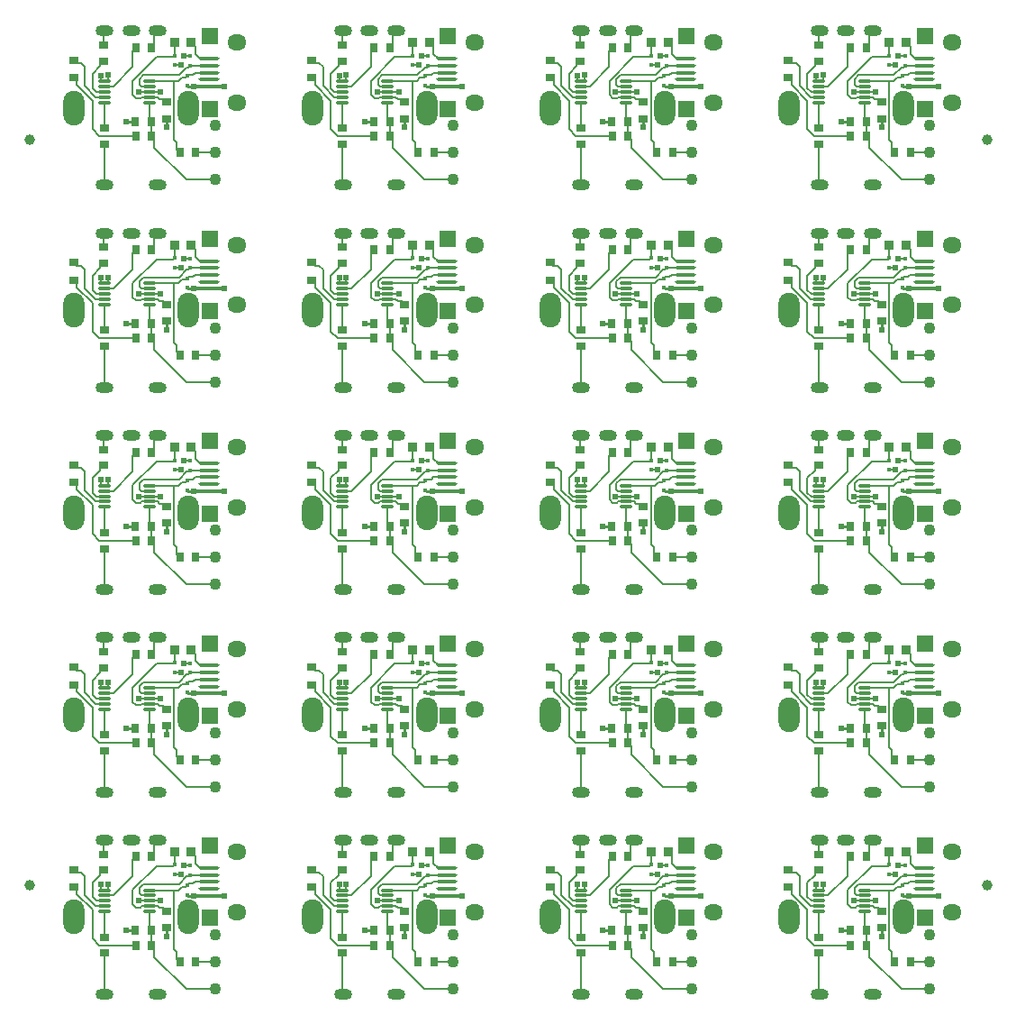
<source format=gbr>
%TF.GenerationSoftware,Altium Limited,Altium Designer,20.1.8 (145)*%
G04 Layer_Physical_Order=2*
G04 Layer_Color=16711680*
%FSLAX45Y45*%
%MOMM*%
%TF.SameCoordinates,31433496-A159-4958-A2C2-D52C18178038*%
%TF.FilePolarity,Positive*%
%TF.FileFunction,Copper,L2,Bot,Signal*%
%TF.Part,CustomerPanel*%
G01*
G75*
%TA.AperFunction,SMDPad,CuDef*%
%ADD10C,1.00000*%
%TA.AperFunction,ComponentPad*%
%ADD11O,1.80000X1.50000*%
G04:AMPARAMS|DCode=12|XSize=1.1mm|YSize=1.1mm|CornerRadius=0.55mm|HoleSize=0mm|Usage=FLASHONLY|Rotation=90.000|XOffset=0mm|YOffset=0mm|HoleType=Round|Shape=RoundedRectangle|*
%AMROUNDEDRECTD12*
21,1,1.10000,0.00000,0,0,90.0*
21,1,0.00000,1.10000,0,0,90.0*
1,1,1.10000,0.00000,0.00000*
1,1,1.10000,0.00000,0.00000*
1,1,1.10000,0.00000,0.00000*
1,1,1.10000,0.00000,0.00000*
%
%ADD12ROUNDEDRECTD12*%
%ADD13O,1.70000X1.00000*%
%ADD14O,2.00000X3.25000*%
G04:AMPARAMS|DCode=15|XSize=2mm|YSize=3.25mm|CornerRadius=1mm|HoleSize=0mm|Usage=FLASHONLY|Rotation=180.000|XOffset=0mm|YOffset=0mm|HoleType=Round|Shape=RoundedRectangle|*
%AMROUNDEDRECTD15*
21,1,2.00000,1.25000,0,0,180.0*
21,1,0.00000,3.25000,0,0,180.0*
1,1,2.00000,0.00000,0.62500*
1,1,2.00000,0.00000,0.62500*
1,1,2.00000,0.00000,-0.62500*
1,1,2.00000,0.00000,-0.62500*
%
%ADD15ROUNDEDRECTD15*%
%TA.AperFunction,ViaPad*%
%ADD16C,0.61000*%
%TA.AperFunction,SMDPad,CuDef*%
%ADD17O,1.25000X0.30000*%
G04:AMPARAMS|DCode=18|XSize=1.6mm|YSize=1.6mm|CornerRadius=0.008mm|HoleSize=0mm|Usage=FLASHONLY|Rotation=270.000|XOffset=0mm|YOffset=0mm|HoleType=Round|Shape=RoundedRectangle|*
%AMROUNDEDRECTD18*
21,1,1.60000,1.58400,0,0,270.0*
21,1,1.58400,1.60000,0,0,270.0*
1,1,0.01600,-0.79200,-0.79200*
1,1,0.01600,-0.79200,0.79200*
1,1,0.01600,0.79200,0.79200*
1,1,0.01600,0.79200,-0.79200*
%
%ADD18ROUNDEDRECTD18*%
%TA.AperFunction,ConnectorPad*%
G04:AMPARAMS|DCode=19|XSize=0.35mm|YSize=2mm|CornerRadius=0.175mm|HoleSize=0mm|Usage=FLASHONLY|Rotation=270.000|XOffset=0mm|YOffset=0mm|HoleType=Round|Shape=RoundedRectangle|*
%AMROUNDEDRECTD19*
21,1,0.35000,1.65000,0,0,270.0*
21,1,0.00000,2.00000,0,0,270.0*
1,1,0.35000,-0.82500,0.00000*
1,1,0.35000,-0.82500,0.00000*
1,1,0.35000,0.82500,0.00000*
1,1,0.35000,0.82500,0.00000*
%
%ADD19ROUNDEDRECTD19*%
%TA.AperFunction,SMDPad,CuDef*%
G04:AMPARAMS|DCode=20|XSize=0.8mm|YSize=0.7mm|CornerRadius=0.0035mm|HoleSize=0mm|Usage=FLASHONLY|Rotation=0.000|XOffset=0mm|YOffset=0mm|HoleType=Round|Shape=RoundedRectangle|*
%AMROUNDEDRECTD20*
21,1,0.80000,0.69300,0,0,0.0*
21,1,0.79300,0.70000,0,0,0.0*
1,1,0.00700,0.39650,-0.34650*
1,1,0.00700,-0.39650,-0.34650*
1,1,0.00700,-0.39650,0.34650*
1,1,0.00700,0.39650,0.34650*
%
%ADD20ROUNDEDRECTD20*%
G04:AMPARAMS|DCode=21|XSize=0.85mm|YSize=0.75mm|CornerRadius=0.00375mm|HoleSize=0mm|Usage=FLASHONLY|Rotation=270.000|XOffset=0mm|YOffset=0mm|HoleType=Round|Shape=RoundedRectangle|*
%AMROUNDEDRECTD21*
21,1,0.85000,0.74250,0,0,270.0*
21,1,0.84250,0.75000,0,0,270.0*
1,1,0.00750,-0.37125,-0.42125*
1,1,0.00750,-0.37125,0.42125*
1,1,0.00750,0.37125,0.42125*
1,1,0.00750,0.37125,-0.42125*
%
%ADD21ROUNDEDRECTD21*%
G04:AMPARAMS|DCode=22|XSize=0.85mm|YSize=0.75mm|CornerRadius=0.00375mm|HoleSize=0mm|Usage=FLASHONLY|Rotation=0.000|XOffset=0mm|YOffset=0mm|HoleType=Round|Shape=RoundedRectangle|*
%AMROUNDEDRECTD22*
21,1,0.85000,0.74250,0,0,0.0*
21,1,0.84250,0.75000,0,0,0.0*
1,1,0.00750,0.42125,-0.37125*
1,1,0.00750,-0.42125,-0.37125*
1,1,0.00750,-0.42125,0.37125*
1,1,0.00750,0.42125,0.37125*
%
%ADD22ROUNDEDRECTD22*%
G04:AMPARAMS|DCode=23|XSize=0.8mm|YSize=0.7mm|CornerRadius=0.0035mm|HoleSize=0mm|Usage=FLASHONLY|Rotation=90.000|XOffset=0mm|YOffset=0mm|HoleType=Round|Shape=RoundedRectangle|*
%AMROUNDEDRECTD23*
21,1,0.80000,0.69300,0,0,90.0*
21,1,0.79300,0.70000,0,0,90.0*
1,1,0.00700,0.34650,0.39650*
1,1,0.00700,0.34650,-0.39650*
1,1,0.00700,-0.34650,-0.39650*
1,1,0.00700,-0.34650,0.39650*
%
%ADD23ROUNDEDRECTD23*%
G04:AMPARAMS|DCode=24|XSize=0.4mm|YSize=0.4mm|CornerRadius=0.002mm|HoleSize=0mm|Usage=FLASHONLY|Rotation=180.000|XOffset=0mm|YOffset=0mm|HoleType=Round|Shape=RoundedRectangle|*
%AMROUNDEDRECTD24*
21,1,0.40000,0.39600,0,0,180.0*
21,1,0.39600,0.40000,0,0,180.0*
1,1,0.00400,-0.19800,0.19800*
1,1,0.00400,0.19800,0.19800*
1,1,0.00400,0.19800,-0.19800*
1,1,0.00400,-0.19800,-0.19800*
%
%ADD24ROUNDEDRECTD24*%
G04:AMPARAMS|DCode=25|XSize=0.9mm|YSize=0.9mm|CornerRadius=0.045mm|HoleSize=0mm|Usage=FLASHONLY|Rotation=180.000|XOffset=0mm|YOffset=0mm|HoleType=Round|Shape=RoundedRectangle|*
%AMROUNDEDRECTD25*
21,1,0.90000,0.81000,0,0,180.0*
21,1,0.81000,0.90000,0,0,180.0*
1,1,0.09000,-0.40500,0.40500*
1,1,0.09000,0.40500,0.40500*
1,1,0.09000,0.40500,-0.40500*
1,1,0.09000,-0.40500,-0.40500*
%
%ADD25ROUNDEDRECTD25*%
%TA.AperFunction,Conductor*%
%ADD26C,0.12700*%
%ADD27C,0.15240*%
%ADD28C,0.20320*%
%ADD29C,0.27940*%
%ADD30C,0.35560*%
%ADD31C,0.22860*%
D10*
X9500000Y8500000D02*
D03*
X500000D02*
D03*
X9500000Y1500000D02*
D03*
X500000D02*
D03*
D11*
X2448480Y1249000D02*
D03*
Y1815000D02*
D03*
X4688480Y1249000D02*
D03*
Y1815000D02*
D03*
X6928480Y1249000D02*
D03*
Y1815000D02*
D03*
X9168480Y1249000D02*
D03*
Y1815000D02*
D03*
X2448480Y3149000D02*
D03*
Y3715000D02*
D03*
X4688480Y3149000D02*
D03*
Y3715000D02*
D03*
X6928480Y3149000D02*
D03*
Y3715000D02*
D03*
X9168480Y3149000D02*
D03*
Y3715000D02*
D03*
X2448480Y5049000D02*
D03*
Y5615000D02*
D03*
X4688480Y5049000D02*
D03*
Y5615000D02*
D03*
X6928480Y5049000D02*
D03*
Y5615000D02*
D03*
X9168480Y5049000D02*
D03*
Y5615000D02*
D03*
X2448480Y6949000D02*
D03*
Y7515000D02*
D03*
X4688480Y6949000D02*
D03*
Y7515000D02*
D03*
X6928480Y6949000D02*
D03*
Y7515000D02*
D03*
X9168480Y6949000D02*
D03*
Y7515000D02*
D03*
X2448480Y8849000D02*
D03*
Y9415000D02*
D03*
X4688480Y8849000D02*
D03*
Y9415000D02*
D03*
X6928480Y8849000D02*
D03*
Y9415000D02*
D03*
X9168480Y8849000D02*
D03*
Y9415000D02*
D03*
D12*
X2244000Y781000D02*
D03*
Y1035000D02*
D03*
Y527000D02*
D03*
X4484000Y781000D02*
D03*
Y1035000D02*
D03*
Y527000D02*
D03*
X6724000Y781000D02*
D03*
Y1035000D02*
D03*
Y527000D02*
D03*
X8964000Y781000D02*
D03*
Y1035000D02*
D03*
Y527000D02*
D03*
X2244000Y2681000D02*
D03*
Y2935000D02*
D03*
Y2427000D02*
D03*
X4484000Y2681000D02*
D03*
Y2935000D02*
D03*
Y2427000D02*
D03*
X6724000Y2681000D02*
D03*
Y2935000D02*
D03*
Y2427000D02*
D03*
X8964000Y2681000D02*
D03*
Y2935000D02*
D03*
Y2427000D02*
D03*
X2244000Y4581000D02*
D03*
Y4835000D02*
D03*
Y4327000D02*
D03*
X4484000Y4581000D02*
D03*
Y4835000D02*
D03*
Y4327000D02*
D03*
X6724000Y4581000D02*
D03*
Y4835000D02*
D03*
Y4327000D02*
D03*
X8964000Y4581000D02*
D03*
Y4835000D02*
D03*
Y4327000D02*
D03*
X2244000Y6481000D02*
D03*
Y6735000D02*
D03*
Y6227000D02*
D03*
X4484000Y6481000D02*
D03*
Y6735000D02*
D03*
Y6227000D02*
D03*
X6724000Y6481000D02*
D03*
Y6735000D02*
D03*
Y6227000D02*
D03*
X8964000Y6481000D02*
D03*
Y6735000D02*
D03*
Y6227000D02*
D03*
X2244000Y8381000D02*
D03*
Y8635000D02*
D03*
Y8127000D02*
D03*
X4484000Y8381000D02*
D03*
Y8635000D02*
D03*
Y8127000D02*
D03*
X6724000Y8381000D02*
D03*
Y8635000D02*
D03*
Y8127000D02*
D03*
X8964000Y8381000D02*
D03*
Y8635000D02*
D03*
Y8127000D02*
D03*
D13*
X1205420Y475500D02*
D03*
X1705420D02*
D03*
X1455420Y1925500D02*
D03*
X1205420D02*
D03*
X1705420D02*
D03*
X3445420Y475500D02*
D03*
X3945420D02*
D03*
X3695420Y1925500D02*
D03*
X3445420D02*
D03*
X3945420D02*
D03*
X5685420Y475500D02*
D03*
X6185420D02*
D03*
X5935420Y1925500D02*
D03*
X5685420D02*
D03*
X6185420D02*
D03*
X7925420Y475500D02*
D03*
X8425420D02*
D03*
X8175420Y1925500D02*
D03*
X7925420D02*
D03*
X8425420D02*
D03*
X1205420Y2375500D02*
D03*
X1705420D02*
D03*
X1455420Y3825500D02*
D03*
X1205420D02*
D03*
X1705420D02*
D03*
X3445420Y2375500D02*
D03*
X3945420D02*
D03*
X3695420Y3825500D02*
D03*
X3445420D02*
D03*
X3945420D02*
D03*
X5685420Y2375500D02*
D03*
X6185420D02*
D03*
X5935420Y3825500D02*
D03*
X5685420D02*
D03*
X6185420D02*
D03*
X7925420Y2375500D02*
D03*
X8425420D02*
D03*
X8175420Y3825500D02*
D03*
X7925420D02*
D03*
X8425420D02*
D03*
X1205420Y4275500D02*
D03*
X1705420D02*
D03*
X1455420Y5725500D02*
D03*
X1205420D02*
D03*
X1705420D02*
D03*
X3445420Y4275500D02*
D03*
X3945420D02*
D03*
X3695420Y5725500D02*
D03*
X3445420D02*
D03*
X3945420D02*
D03*
X5685420Y4275500D02*
D03*
X6185420D02*
D03*
X5935420Y5725500D02*
D03*
X5685420D02*
D03*
X6185420D02*
D03*
X7925420Y4275500D02*
D03*
X8425420D02*
D03*
X8175420Y5725500D02*
D03*
X7925420D02*
D03*
X8425420D02*
D03*
X1205420Y6175500D02*
D03*
X1705420D02*
D03*
X1455420Y7625500D02*
D03*
X1205420D02*
D03*
X1705420D02*
D03*
X3445420Y6175500D02*
D03*
X3945420D02*
D03*
X3695420Y7625500D02*
D03*
X3445420D02*
D03*
X3945420D02*
D03*
X5685420Y6175500D02*
D03*
X6185420D02*
D03*
X5935420Y7625500D02*
D03*
X5685420D02*
D03*
X6185420D02*
D03*
X7925420Y6175500D02*
D03*
X8425420D02*
D03*
X8175420Y7625500D02*
D03*
X7925420D02*
D03*
X8425420D02*
D03*
X1205420Y8075500D02*
D03*
X1705420D02*
D03*
X1455420Y9525500D02*
D03*
X1205420D02*
D03*
X1705420D02*
D03*
X3445420Y8075500D02*
D03*
X3945420D02*
D03*
X3695420Y9525500D02*
D03*
X3445420D02*
D03*
X3945420D02*
D03*
X5685420Y8075500D02*
D03*
X6185420D02*
D03*
X5935420Y9525500D02*
D03*
X5685420D02*
D03*
X6185420D02*
D03*
X7925420Y8075500D02*
D03*
X8425420D02*
D03*
X8175420Y9525500D02*
D03*
X7925420D02*
D03*
X8425420D02*
D03*
D14*
X917920Y1200500D02*
D03*
X3157920D02*
D03*
X5397920D02*
D03*
X7637920D02*
D03*
X917920Y3100500D02*
D03*
X3157920D02*
D03*
X5397920D02*
D03*
X7637920D02*
D03*
X917920Y5000500D02*
D03*
X3157920D02*
D03*
X5397920D02*
D03*
X7637920D02*
D03*
X917920Y6900500D02*
D03*
X3157920D02*
D03*
X5397920D02*
D03*
X7637920D02*
D03*
X917920Y8800500D02*
D03*
X3157920D02*
D03*
X5397920D02*
D03*
X7637920D02*
D03*
D15*
X1992920Y1200500D02*
D03*
X4232920D02*
D03*
X6472920D02*
D03*
X8712920D02*
D03*
X1992920Y3100500D02*
D03*
X4232920D02*
D03*
X6472920D02*
D03*
X8712920D02*
D03*
X1992920Y5000500D02*
D03*
X4232920D02*
D03*
X6472920D02*
D03*
X8712920D02*
D03*
X1992920Y6900500D02*
D03*
X4232920D02*
D03*
X6472920D02*
D03*
X8712920D02*
D03*
X1992920Y8800500D02*
D03*
X4232920D02*
D03*
X6472920D02*
D03*
X8712920D02*
D03*
D16*
X1170420Y1506661D02*
D03*
X1237450Y1508455D02*
D03*
X1526464Y1353300D02*
D03*
X1408945Y1074127D02*
D03*
X1787639Y1016876D02*
D03*
X1730500Y1353300D02*
D03*
X1922209Y1602080D02*
D03*
X1947208Y1687001D02*
D03*
X2327708Y1402000D02*
D03*
X2046843D02*
D03*
X3410420Y1506661D02*
D03*
X3477450Y1508455D02*
D03*
X3766464Y1353300D02*
D03*
X3648945Y1074127D02*
D03*
X4027639Y1016876D02*
D03*
X3970500Y1353300D02*
D03*
X4162209Y1602080D02*
D03*
X4187208Y1687001D02*
D03*
X4567708Y1402000D02*
D03*
X4286843D02*
D03*
X5650420Y1506661D02*
D03*
X5717450Y1508455D02*
D03*
X6006464Y1353300D02*
D03*
X5888945Y1074127D02*
D03*
X6267639Y1016876D02*
D03*
X6210500Y1353300D02*
D03*
X6402209Y1602080D02*
D03*
X6427208Y1687001D02*
D03*
X6807708Y1402000D02*
D03*
X6526843D02*
D03*
X7890420Y1506661D02*
D03*
X7957450Y1508455D02*
D03*
X8246464Y1353300D02*
D03*
X8128945Y1074127D02*
D03*
X8507639Y1016876D02*
D03*
X8450500Y1353300D02*
D03*
X8642209Y1602080D02*
D03*
X8667208Y1687001D02*
D03*
X9047708Y1402000D02*
D03*
X8766843D02*
D03*
X1170420Y3406661D02*
D03*
X1237450Y3408455D02*
D03*
X1526464Y3253300D02*
D03*
X1408945Y2974127D02*
D03*
X1787639Y2916876D02*
D03*
X1730500Y3253300D02*
D03*
X1922209Y3502080D02*
D03*
X1947208Y3587001D02*
D03*
X2327708Y3302000D02*
D03*
X2046843D02*
D03*
X3410420Y3406661D02*
D03*
X3477450Y3408455D02*
D03*
X3766464Y3253300D02*
D03*
X3648945Y2974127D02*
D03*
X4027639Y2916876D02*
D03*
X3970500Y3253300D02*
D03*
X4162209Y3502080D02*
D03*
X4187208Y3587001D02*
D03*
X4567708Y3302000D02*
D03*
X4286843D02*
D03*
X5650420Y3406661D02*
D03*
X5717450Y3408455D02*
D03*
X6006464Y3253300D02*
D03*
X5888945Y2974127D02*
D03*
X6267639Y2916876D02*
D03*
X6210500Y3253300D02*
D03*
X6402209Y3502080D02*
D03*
X6427208Y3587001D02*
D03*
X6807708Y3302000D02*
D03*
X6526843D02*
D03*
X7890420Y3406661D02*
D03*
X7957450Y3408455D02*
D03*
X8246464Y3253300D02*
D03*
X8128945Y2974127D02*
D03*
X8507639Y2916876D02*
D03*
X8450500Y3253300D02*
D03*
X8642209Y3502080D02*
D03*
X8667208Y3587001D02*
D03*
X9047708Y3302000D02*
D03*
X8766843D02*
D03*
X1170420Y5306661D02*
D03*
X1237450Y5308455D02*
D03*
X1526464Y5153300D02*
D03*
X1408945Y4874127D02*
D03*
X1787639Y4816876D02*
D03*
X1730500Y5153300D02*
D03*
X1922209Y5402080D02*
D03*
X1947208Y5487001D02*
D03*
X2327708Y5202000D02*
D03*
X2046843D02*
D03*
X3410420Y5306661D02*
D03*
X3477450Y5308455D02*
D03*
X3766464Y5153300D02*
D03*
X3648945Y4874127D02*
D03*
X4027639Y4816876D02*
D03*
X3970500Y5153300D02*
D03*
X4162209Y5402080D02*
D03*
X4187208Y5487001D02*
D03*
X4567708Y5202000D02*
D03*
X4286843D02*
D03*
X5650420Y5306661D02*
D03*
X5717450Y5308455D02*
D03*
X6006464Y5153300D02*
D03*
X5888945Y4874127D02*
D03*
X6267639Y4816876D02*
D03*
X6210500Y5153300D02*
D03*
X6402209Y5402080D02*
D03*
X6427208Y5487001D02*
D03*
X6807708Y5202000D02*
D03*
X6526843D02*
D03*
X7890420Y5306661D02*
D03*
X7957450Y5308455D02*
D03*
X8246464Y5153300D02*
D03*
X8128945Y4874127D02*
D03*
X8507639Y4816876D02*
D03*
X8450500Y5153300D02*
D03*
X8642209Y5402080D02*
D03*
X8667208Y5487001D02*
D03*
X9047708Y5202000D02*
D03*
X8766843D02*
D03*
X1170420Y7206661D02*
D03*
X1237450Y7208455D02*
D03*
X1526464Y7053300D02*
D03*
X1408945Y6774127D02*
D03*
X1787639Y6716876D02*
D03*
X1730500Y7053300D02*
D03*
X1922209Y7302080D02*
D03*
X1947208Y7387001D02*
D03*
X2327708Y7102000D02*
D03*
X2046843D02*
D03*
X3410420Y7206661D02*
D03*
X3477450Y7208455D02*
D03*
X3766464Y7053300D02*
D03*
X3648945Y6774127D02*
D03*
X4027639Y6716876D02*
D03*
X3970500Y7053300D02*
D03*
X4162209Y7302080D02*
D03*
X4187208Y7387001D02*
D03*
X4567708Y7102000D02*
D03*
X4286843D02*
D03*
X5650420Y7206661D02*
D03*
X5717450Y7208455D02*
D03*
X6006464Y7053300D02*
D03*
X5888945Y6774127D02*
D03*
X6267639Y6716876D02*
D03*
X6210500Y7053300D02*
D03*
X6402209Y7302080D02*
D03*
X6427208Y7387001D02*
D03*
X6807708Y7102000D02*
D03*
X6526843D02*
D03*
X7890420Y7206661D02*
D03*
X7957450Y7208455D02*
D03*
X8246464Y7053300D02*
D03*
X8128945Y6774127D02*
D03*
X8507639Y6716876D02*
D03*
X8450500Y7053300D02*
D03*
X8642209Y7302080D02*
D03*
X8667208Y7387001D02*
D03*
X9047708Y7102000D02*
D03*
X8766843D02*
D03*
X1170420Y9106661D02*
D03*
X1237450Y9108455D02*
D03*
X1526464Y8953300D02*
D03*
X1408945Y8674127D02*
D03*
X1787639Y8616876D02*
D03*
X1730500Y8953300D02*
D03*
X1922209Y9202080D02*
D03*
X1947208Y9287001D02*
D03*
X2327708Y9002000D02*
D03*
X2046843D02*
D03*
X3410420Y9106661D02*
D03*
X3477450Y9108455D02*
D03*
X3766464Y8953300D02*
D03*
X3648945Y8674127D02*
D03*
X4027639Y8616876D02*
D03*
X3970500Y8953300D02*
D03*
X4162209Y9202080D02*
D03*
X4187208Y9287001D02*
D03*
X4567708Y9002000D02*
D03*
X4286843D02*
D03*
X5650420Y9106661D02*
D03*
X5717450Y9108455D02*
D03*
X6006464Y8953300D02*
D03*
X5888945Y8674127D02*
D03*
X6267639Y8616876D02*
D03*
X6210500Y8953300D02*
D03*
X6402209Y9202080D02*
D03*
X6427208Y9287001D02*
D03*
X6807708Y9002000D02*
D03*
X6526843D02*
D03*
X7890420Y9106661D02*
D03*
X7957450Y9108455D02*
D03*
X8246464Y8953300D02*
D03*
X8128945Y8674127D02*
D03*
X8507639Y8616876D02*
D03*
X8450500Y8953300D02*
D03*
X8642209Y9202080D02*
D03*
X8667208Y9287001D02*
D03*
X9047708Y9002000D02*
D03*
X8766843D02*
D03*
D17*
X1627140Y1453300D02*
D03*
Y1403300D02*
D03*
Y1353300D02*
D03*
Y1303300D02*
D03*
Y1253300D02*
D03*
X1202140Y1453300D02*
D03*
Y1403300D02*
D03*
Y1353300D02*
D03*
Y1303300D02*
D03*
Y1253300D02*
D03*
X3867140Y1453300D02*
D03*
Y1403300D02*
D03*
Y1353300D02*
D03*
Y1303300D02*
D03*
Y1253300D02*
D03*
X3442140Y1453300D02*
D03*
Y1403300D02*
D03*
Y1353300D02*
D03*
Y1303300D02*
D03*
Y1253300D02*
D03*
X6107140Y1453300D02*
D03*
Y1403300D02*
D03*
Y1353300D02*
D03*
Y1303300D02*
D03*
Y1253300D02*
D03*
X5682141Y1453300D02*
D03*
Y1403300D02*
D03*
Y1353300D02*
D03*
Y1303300D02*
D03*
Y1253300D02*
D03*
X8347141Y1453300D02*
D03*
Y1403300D02*
D03*
Y1353300D02*
D03*
Y1303300D02*
D03*
Y1253300D02*
D03*
X7922141Y1453300D02*
D03*
Y1403300D02*
D03*
Y1353300D02*
D03*
Y1303300D02*
D03*
Y1253300D02*
D03*
X1627140Y3353300D02*
D03*
Y3303300D02*
D03*
Y3253300D02*
D03*
Y3203300D02*
D03*
Y3153300D02*
D03*
X1202140Y3353300D02*
D03*
Y3303300D02*
D03*
Y3253300D02*
D03*
Y3203300D02*
D03*
Y3153300D02*
D03*
X3867140Y3353300D02*
D03*
Y3303300D02*
D03*
Y3253300D02*
D03*
Y3203300D02*
D03*
Y3153300D02*
D03*
X3442140Y3353300D02*
D03*
Y3303300D02*
D03*
Y3253300D02*
D03*
Y3203300D02*
D03*
Y3153300D02*
D03*
X6107140Y3353300D02*
D03*
Y3303300D02*
D03*
Y3253300D02*
D03*
Y3203300D02*
D03*
Y3153300D02*
D03*
X5682141Y3353300D02*
D03*
Y3303300D02*
D03*
Y3253300D02*
D03*
Y3203300D02*
D03*
Y3153300D02*
D03*
X8347141Y3353300D02*
D03*
Y3303300D02*
D03*
Y3253300D02*
D03*
Y3203300D02*
D03*
Y3153300D02*
D03*
X7922141Y3353300D02*
D03*
Y3303300D02*
D03*
Y3253300D02*
D03*
Y3203300D02*
D03*
Y3153300D02*
D03*
X1627140Y5253300D02*
D03*
Y5203300D02*
D03*
Y5153300D02*
D03*
Y5103300D02*
D03*
Y5053300D02*
D03*
X1202140Y5253300D02*
D03*
Y5203300D02*
D03*
Y5153300D02*
D03*
Y5103300D02*
D03*
Y5053300D02*
D03*
X3867140Y5253300D02*
D03*
Y5203300D02*
D03*
Y5153300D02*
D03*
Y5103300D02*
D03*
Y5053300D02*
D03*
X3442140Y5253300D02*
D03*
Y5203300D02*
D03*
Y5153300D02*
D03*
Y5103300D02*
D03*
Y5053300D02*
D03*
X6107140Y5253300D02*
D03*
Y5203300D02*
D03*
Y5153300D02*
D03*
Y5103300D02*
D03*
Y5053300D02*
D03*
X5682141Y5253300D02*
D03*
Y5203300D02*
D03*
Y5153300D02*
D03*
Y5103300D02*
D03*
Y5053300D02*
D03*
X8347141Y5253300D02*
D03*
Y5203300D02*
D03*
Y5153300D02*
D03*
Y5103300D02*
D03*
Y5053300D02*
D03*
X7922141Y5253300D02*
D03*
Y5203300D02*
D03*
Y5153300D02*
D03*
Y5103300D02*
D03*
Y5053300D02*
D03*
X1627140Y7153300D02*
D03*
Y7103300D02*
D03*
Y7053300D02*
D03*
Y7003300D02*
D03*
Y6953300D02*
D03*
X1202140Y7153300D02*
D03*
Y7103300D02*
D03*
Y7053300D02*
D03*
Y7003300D02*
D03*
Y6953300D02*
D03*
X3867140Y7153300D02*
D03*
Y7103300D02*
D03*
Y7053300D02*
D03*
Y7003300D02*
D03*
Y6953300D02*
D03*
X3442140Y7153300D02*
D03*
Y7103300D02*
D03*
Y7053300D02*
D03*
Y7003300D02*
D03*
Y6953300D02*
D03*
X6107140Y7153300D02*
D03*
Y7103300D02*
D03*
Y7053300D02*
D03*
Y7003300D02*
D03*
Y6953300D02*
D03*
X5682141Y7153300D02*
D03*
Y7103300D02*
D03*
Y7053300D02*
D03*
Y7003300D02*
D03*
Y6953300D02*
D03*
X8347141Y7153300D02*
D03*
Y7103300D02*
D03*
Y7053300D02*
D03*
Y7003300D02*
D03*
Y6953300D02*
D03*
X7922141Y7153300D02*
D03*
Y7103300D02*
D03*
Y7053300D02*
D03*
Y7003300D02*
D03*
Y6953300D02*
D03*
X1627140Y9053300D02*
D03*
Y9003300D02*
D03*
Y8953300D02*
D03*
Y8903300D02*
D03*
Y8853300D02*
D03*
X1202140Y9053300D02*
D03*
Y9003300D02*
D03*
Y8953300D02*
D03*
Y8903300D02*
D03*
Y8853300D02*
D03*
X3867140Y9053300D02*
D03*
Y9003300D02*
D03*
Y8953300D02*
D03*
Y8903300D02*
D03*
Y8853300D02*
D03*
X3442140Y9053300D02*
D03*
Y9003300D02*
D03*
Y8953300D02*
D03*
Y8903300D02*
D03*
Y8853300D02*
D03*
X6107140Y9053300D02*
D03*
Y9003300D02*
D03*
Y8953300D02*
D03*
Y8903300D02*
D03*
Y8853300D02*
D03*
X5682141Y9053300D02*
D03*
Y9003300D02*
D03*
Y8953300D02*
D03*
Y8903300D02*
D03*
Y8853300D02*
D03*
X8347141Y9053300D02*
D03*
Y9003300D02*
D03*
Y8953300D02*
D03*
Y8903300D02*
D03*
Y8853300D02*
D03*
X7922141Y9053300D02*
D03*
Y9003300D02*
D03*
Y8953300D02*
D03*
Y8903300D02*
D03*
Y8853300D02*
D03*
D18*
X2193480Y1192000D02*
D03*
Y1872000D02*
D03*
X4433480Y1192000D02*
D03*
Y1872000D02*
D03*
X6673480Y1192000D02*
D03*
Y1872000D02*
D03*
X8913480Y1192000D02*
D03*
Y1872000D02*
D03*
X2193480Y3092000D02*
D03*
Y3772000D02*
D03*
X4433480Y3092000D02*
D03*
Y3772000D02*
D03*
X6673480Y3092000D02*
D03*
Y3772000D02*
D03*
X8913480Y3092000D02*
D03*
Y3772000D02*
D03*
X2193480Y4992000D02*
D03*
Y5672000D02*
D03*
X4433480Y4992000D02*
D03*
Y5672000D02*
D03*
X6673480Y4992000D02*
D03*
Y5672000D02*
D03*
X8913480Y4992000D02*
D03*
Y5672000D02*
D03*
X2193480Y6892000D02*
D03*
Y7572000D02*
D03*
X4433480Y6892000D02*
D03*
Y7572000D02*
D03*
X6673480Y6892000D02*
D03*
Y7572000D02*
D03*
X8913480Y6892000D02*
D03*
Y7572000D02*
D03*
X2193480Y8792000D02*
D03*
Y9472000D02*
D03*
X4433480Y8792000D02*
D03*
Y9472000D02*
D03*
X6673480Y8792000D02*
D03*
Y9472000D02*
D03*
X8913480Y8792000D02*
D03*
Y9472000D02*
D03*
D19*
X2185980Y1402000D02*
D03*
Y1467000D02*
D03*
Y1532000D02*
D03*
Y1662000D02*
D03*
Y1597000D02*
D03*
X4425980Y1402000D02*
D03*
Y1467000D02*
D03*
Y1532000D02*
D03*
Y1662000D02*
D03*
Y1597000D02*
D03*
X6665980Y1402000D02*
D03*
Y1467000D02*
D03*
Y1532000D02*
D03*
Y1662000D02*
D03*
Y1597000D02*
D03*
X8905980Y1402000D02*
D03*
Y1467000D02*
D03*
Y1532000D02*
D03*
Y1662000D02*
D03*
Y1597000D02*
D03*
X2185980Y3302000D02*
D03*
Y3367000D02*
D03*
Y3432000D02*
D03*
Y3562000D02*
D03*
Y3497000D02*
D03*
X4425980Y3302000D02*
D03*
Y3367000D02*
D03*
Y3432000D02*
D03*
Y3562000D02*
D03*
Y3497000D02*
D03*
X6665980Y3302000D02*
D03*
Y3367000D02*
D03*
Y3432000D02*
D03*
Y3562000D02*
D03*
Y3497000D02*
D03*
X8905980Y3302000D02*
D03*
Y3367000D02*
D03*
Y3432000D02*
D03*
Y3562000D02*
D03*
Y3497000D02*
D03*
X2185980Y5202000D02*
D03*
Y5267000D02*
D03*
Y5332000D02*
D03*
Y5462000D02*
D03*
Y5397000D02*
D03*
X4425980Y5202000D02*
D03*
Y5267000D02*
D03*
Y5332000D02*
D03*
Y5462000D02*
D03*
Y5397000D02*
D03*
X6665980Y5202000D02*
D03*
Y5267000D02*
D03*
Y5332000D02*
D03*
Y5462000D02*
D03*
Y5397000D02*
D03*
X8905980Y5202000D02*
D03*
Y5267000D02*
D03*
Y5332000D02*
D03*
Y5462000D02*
D03*
Y5397000D02*
D03*
X2185980Y7102000D02*
D03*
Y7167000D02*
D03*
Y7232000D02*
D03*
Y7362000D02*
D03*
Y7297000D02*
D03*
X4425980Y7102000D02*
D03*
Y7167000D02*
D03*
Y7232000D02*
D03*
Y7362000D02*
D03*
Y7297000D02*
D03*
X6665980Y7102000D02*
D03*
Y7167000D02*
D03*
Y7232000D02*
D03*
Y7362000D02*
D03*
Y7297000D02*
D03*
X8905980Y7102000D02*
D03*
Y7167000D02*
D03*
Y7232000D02*
D03*
Y7362000D02*
D03*
Y7297000D02*
D03*
X2185980Y9002000D02*
D03*
Y9067000D02*
D03*
Y9132000D02*
D03*
Y9262000D02*
D03*
Y9197000D02*
D03*
X4425980Y9002000D02*
D03*
Y9067000D02*
D03*
Y9132000D02*
D03*
Y9262000D02*
D03*
Y9197000D02*
D03*
X6665980Y9002000D02*
D03*
Y9067000D02*
D03*
Y9132000D02*
D03*
Y9262000D02*
D03*
Y9197000D02*
D03*
X8905980Y9002000D02*
D03*
Y9067000D02*
D03*
Y9132000D02*
D03*
Y9262000D02*
D03*
Y9197000D02*
D03*
D20*
X913780Y1648165D02*
D03*
Y1483165D02*
D03*
X1202140Y1011776D02*
D03*
Y861776D02*
D03*
X1197800Y1792125D02*
D03*
Y1642125D02*
D03*
X3153780Y1648165D02*
D03*
Y1483165D02*
D03*
X3442140Y1011776D02*
D03*
Y861776D02*
D03*
X3437800Y1792125D02*
D03*
Y1642125D02*
D03*
X5393780Y1648165D02*
D03*
Y1483165D02*
D03*
X5682141Y1011776D02*
D03*
Y861776D02*
D03*
X5677800Y1792125D02*
D03*
Y1642125D02*
D03*
X7633780Y1648165D02*
D03*
Y1483165D02*
D03*
X7922141Y1011776D02*
D03*
Y861776D02*
D03*
X7917800Y1792125D02*
D03*
Y1642125D02*
D03*
X913780Y3548165D02*
D03*
Y3383165D02*
D03*
X1202140Y2911776D02*
D03*
Y2761776D02*
D03*
X1197800Y3692125D02*
D03*
Y3542125D02*
D03*
X3153780Y3548165D02*
D03*
Y3383165D02*
D03*
X3442140Y2911776D02*
D03*
Y2761776D02*
D03*
X3437800Y3692125D02*
D03*
Y3542125D02*
D03*
X5393780Y3548165D02*
D03*
Y3383165D02*
D03*
X5682141Y2911776D02*
D03*
Y2761776D02*
D03*
X5677800Y3692125D02*
D03*
Y3542125D02*
D03*
X7633780Y3548165D02*
D03*
Y3383165D02*
D03*
X7922141Y2911776D02*
D03*
Y2761776D02*
D03*
X7917800Y3692125D02*
D03*
Y3542125D02*
D03*
X913780Y5448165D02*
D03*
Y5283165D02*
D03*
X1202140Y4811776D02*
D03*
Y4661776D02*
D03*
X1197800Y5592125D02*
D03*
Y5442125D02*
D03*
X3153780Y5448165D02*
D03*
Y5283165D02*
D03*
X3442140Y4811776D02*
D03*
Y4661776D02*
D03*
X3437800Y5592125D02*
D03*
Y5442125D02*
D03*
X5393780Y5448165D02*
D03*
Y5283165D02*
D03*
X5682141Y4811776D02*
D03*
Y4661776D02*
D03*
X5677800Y5592125D02*
D03*
Y5442125D02*
D03*
X7633780Y5448165D02*
D03*
Y5283165D02*
D03*
X7922141Y4811776D02*
D03*
Y4661776D02*
D03*
X7917800Y5592125D02*
D03*
Y5442125D02*
D03*
X913780Y7348165D02*
D03*
Y7183165D02*
D03*
X1202140Y6711776D02*
D03*
Y6561776D02*
D03*
X1197800Y7492125D02*
D03*
Y7342125D02*
D03*
X3153780Y7348165D02*
D03*
Y7183165D02*
D03*
X3442140Y6711776D02*
D03*
Y6561776D02*
D03*
X3437800Y7492125D02*
D03*
Y7342125D02*
D03*
X5393780Y7348165D02*
D03*
Y7183165D02*
D03*
X5682141Y6711776D02*
D03*
Y6561776D02*
D03*
X5677800Y7492125D02*
D03*
Y7342125D02*
D03*
X7633780Y7348165D02*
D03*
Y7183165D02*
D03*
X7922141Y6711776D02*
D03*
Y6561776D02*
D03*
X7917800Y7492125D02*
D03*
Y7342125D02*
D03*
X913780Y9248165D02*
D03*
Y9083165D02*
D03*
X1202140Y8611776D02*
D03*
Y8461776D02*
D03*
X1197800Y9392125D02*
D03*
Y9242125D02*
D03*
X3153780Y9248165D02*
D03*
Y9083165D02*
D03*
X3442140Y8611776D02*
D03*
Y8461776D02*
D03*
X3437800Y9392125D02*
D03*
Y9242125D02*
D03*
X5393780Y9248165D02*
D03*
Y9083165D02*
D03*
X5682141Y8611776D02*
D03*
Y8461776D02*
D03*
X5677800Y9392125D02*
D03*
Y9242125D02*
D03*
X7633780Y9248165D02*
D03*
Y9083165D02*
D03*
X7922141Y8611776D02*
D03*
Y8461776D02*
D03*
X7917800Y9392125D02*
D03*
Y9242125D02*
D03*
D21*
X1647080Y1074127D02*
D03*
X1492080D02*
D03*
X3887080D02*
D03*
X3732080D02*
D03*
X6127080D02*
D03*
X5972081D02*
D03*
X8367081D02*
D03*
X8212081D02*
D03*
X1647080Y2974127D02*
D03*
X1492080D02*
D03*
X3887080D02*
D03*
X3732080D02*
D03*
X6127080D02*
D03*
X5972081D02*
D03*
X8367081D02*
D03*
X8212081D02*
D03*
X1647080Y4874127D02*
D03*
X1492080D02*
D03*
X3887080D02*
D03*
X3732080D02*
D03*
X6127080D02*
D03*
X5972081D02*
D03*
X8367081D02*
D03*
X8212081D02*
D03*
X1647080Y6774127D02*
D03*
X1492080D02*
D03*
X3887080D02*
D03*
X3732080D02*
D03*
X6127080D02*
D03*
X5972081D02*
D03*
X8367081D02*
D03*
X8212081D02*
D03*
X1647080Y8674127D02*
D03*
X1492080D02*
D03*
X3887080D02*
D03*
X3732080D02*
D03*
X6127080D02*
D03*
X5972081D02*
D03*
X8367081D02*
D03*
X8212081D02*
D03*
D22*
X1787639Y1100012D02*
D03*
Y1255011D02*
D03*
X4027639Y1100012D02*
D03*
Y1255011D02*
D03*
X6267639Y1100012D02*
D03*
Y1255011D02*
D03*
X8507639Y1100012D02*
D03*
Y1255011D02*
D03*
X1787639Y3000012D02*
D03*
Y3155011D02*
D03*
X4027639Y3000012D02*
D03*
Y3155011D02*
D03*
X6267639Y3000012D02*
D03*
Y3155011D02*
D03*
X8507639Y3000012D02*
D03*
Y3155011D02*
D03*
X1787639Y4900012D02*
D03*
Y5055011D02*
D03*
X4027639Y4900012D02*
D03*
Y5055011D02*
D03*
X6267639Y4900012D02*
D03*
Y5055011D02*
D03*
X8507639Y4900012D02*
D03*
Y5055011D02*
D03*
X1787639Y6800012D02*
D03*
Y6955011D02*
D03*
X4027639Y6800012D02*
D03*
Y6955011D02*
D03*
X6267639Y6800012D02*
D03*
Y6955011D02*
D03*
X8507639Y6800012D02*
D03*
Y6955011D02*
D03*
X1787639Y8700012D02*
D03*
Y8855011D02*
D03*
X4027639Y8700012D02*
D03*
Y8855011D02*
D03*
X6267639Y8700012D02*
D03*
Y8855011D02*
D03*
X8507639Y8700012D02*
D03*
Y8855011D02*
D03*
D23*
X1497460Y1767860D02*
D03*
X1647460D02*
D03*
X2063750Y781000D02*
D03*
X1913750D02*
D03*
X1497080Y936776D02*
D03*
X1647080D02*
D03*
X3737460Y1767860D02*
D03*
X3887460D02*
D03*
X4303750Y781000D02*
D03*
X4153750D02*
D03*
X3737080Y936776D02*
D03*
X3887080D02*
D03*
X5977460Y1767860D02*
D03*
X6127460D02*
D03*
X6543750Y781000D02*
D03*
X6393750D02*
D03*
X5977080Y936776D02*
D03*
X6127080D02*
D03*
X8217460Y1767860D02*
D03*
X8367460D02*
D03*
X8783750Y781000D02*
D03*
X8633750D02*
D03*
X8217080Y936776D02*
D03*
X8367081D02*
D03*
X1497460Y3667860D02*
D03*
X1647460D02*
D03*
X2063750Y2681000D02*
D03*
X1913750D02*
D03*
X1497080Y2836776D02*
D03*
X1647080D02*
D03*
X3737460Y3667860D02*
D03*
X3887460D02*
D03*
X4303750Y2681000D02*
D03*
X4153750D02*
D03*
X3737080Y2836776D02*
D03*
X3887080D02*
D03*
X5977460Y3667860D02*
D03*
X6127460D02*
D03*
X6543750Y2681000D02*
D03*
X6393750D02*
D03*
X5977080Y2836776D02*
D03*
X6127080D02*
D03*
X8217460Y3667860D02*
D03*
X8367460D02*
D03*
X8783750Y2681000D02*
D03*
X8633750D02*
D03*
X8217080Y2836776D02*
D03*
X8367081D02*
D03*
X1497460Y5567860D02*
D03*
X1647460D02*
D03*
X2063750Y4581000D02*
D03*
X1913750D02*
D03*
X1497080Y4736776D02*
D03*
X1647080D02*
D03*
X3737460Y5567860D02*
D03*
X3887460D02*
D03*
X4303750Y4581000D02*
D03*
X4153750D02*
D03*
X3737080Y4736776D02*
D03*
X3887080D02*
D03*
X5977460Y5567860D02*
D03*
X6127460D02*
D03*
X6543750Y4581000D02*
D03*
X6393750D02*
D03*
X5977080Y4736776D02*
D03*
X6127080D02*
D03*
X8217460Y5567860D02*
D03*
X8367460D02*
D03*
X8783750Y4581000D02*
D03*
X8633750D02*
D03*
X8217080Y4736776D02*
D03*
X8367081D02*
D03*
X1497460Y7467860D02*
D03*
X1647460D02*
D03*
X2063750Y6481000D02*
D03*
X1913750D02*
D03*
X1497080Y6636776D02*
D03*
X1647080D02*
D03*
X3737460Y7467860D02*
D03*
X3887460D02*
D03*
X4303750Y6481000D02*
D03*
X4153750D02*
D03*
X3737080Y6636776D02*
D03*
X3887080D02*
D03*
X5977460Y7467860D02*
D03*
X6127460D02*
D03*
X6543750Y6481000D02*
D03*
X6393750D02*
D03*
X5977080Y6636776D02*
D03*
X6127080D02*
D03*
X8217460Y7467860D02*
D03*
X8367460D02*
D03*
X8783750Y6481000D02*
D03*
X8633750D02*
D03*
X8217080Y6636776D02*
D03*
X8367081D02*
D03*
X1497460Y9367860D02*
D03*
X1647460D02*
D03*
X2063750Y8381000D02*
D03*
X1913750D02*
D03*
X1497080Y8536776D02*
D03*
X1647080D02*
D03*
X3737460Y9367860D02*
D03*
X3887460D02*
D03*
X4303750Y8381000D02*
D03*
X4153750D02*
D03*
X3737080Y8536776D02*
D03*
X3887080D02*
D03*
X5977460Y9367860D02*
D03*
X6127460D02*
D03*
X6543750Y8381000D02*
D03*
X6393750D02*
D03*
X5977080Y8536776D02*
D03*
X6127080D02*
D03*
X8217460Y9367860D02*
D03*
X8367460D02*
D03*
X8783750Y8381000D02*
D03*
X8633750D02*
D03*
X8217080Y8536776D02*
D03*
X8367081D02*
D03*
D24*
X1982848Y1499620D02*
D03*
Y1409620D02*
D03*
X2008248Y1687000D02*
D03*
Y1597001D02*
D03*
X1861440Y1692080D02*
D03*
Y1602080D02*
D03*
X4222848Y1499620D02*
D03*
Y1409620D02*
D03*
X4248248Y1687000D02*
D03*
Y1597001D02*
D03*
X4101440Y1692080D02*
D03*
Y1602080D02*
D03*
X6462848Y1499620D02*
D03*
Y1409620D02*
D03*
X6488248Y1687000D02*
D03*
Y1597001D02*
D03*
X6341440Y1692080D02*
D03*
Y1602080D02*
D03*
X8702848Y1499620D02*
D03*
Y1409620D02*
D03*
X8728248Y1687000D02*
D03*
Y1597001D02*
D03*
X8581440Y1692080D02*
D03*
Y1602080D02*
D03*
X1982848Y3399620D02*
D03*
Y3309620D02*
D03*
X2008248Y3587000D02*
D03*
Y3497001D02*
D03*
X1861440Y3592080D02*
D03*
Y3502080D02*
D03*
X4222848Y3399620D02*
D03*
Y3309620D02*
D03*
X4248248Y3587000D02*
D03*
Y3497001D02*
D03*
X4101440Y3592080D02*
D03*
Y3502080D02*
D03*
X6462848Y3399620D02*
D03*
Y3309620D02*
D03*
X6488248Y3587000D02*
D03*
Y3497001D02*
D03*
X6341440Y3592080D02*
D03*
Y3502080D02*
D03*
X8702848Y3399620D02*
D03*
Y3309620D02*
D03*
X8728248Y3587000D02*
D03*
Y3497001D02*
D03*
X8581440Y3592080D02*
D03*
Y3502080D02*
D03*
X1982848Y5299620D02*
D03*
Y5209620D02*
D03*
X2008248Y5487000D02*
D03*
Y5397001D02*
D03*
X1861440Y5492080D02*
D03*
Y5402080D02*
D03*
X4222848Y5299620D02*
D03*
Y5209620D02*
D03*
X4248248Y5487000D02*
D03*
Y5397001D02*
D03*
X4101440Y5492080D02*
D03*
Y5402080D02*
D03*
X6462848Y5299620D02*
D03*
Y5209620D02*
D03*
X6488248Y5487000D02*
D03*
Y5397001D02*
D03*
X6341440Y5492080D02*
D03*
Y5402080D02*
D03*
X8702848Y5299620D02*
D03*
Y5209620D02*
D03*
X8728248Y5487000D02*
D03*
Y5397001D02*
D03*
X8581440Y5492080D02*
D03*
Y5402080D02*
D03*
X1982848Y7199620D02*
D03*
Y7109620D02*
D03*
X2008248Y7387000D02*
D03*
Y7297001D02*
D03*
X1861440Y7392080D02*
D03*
Y7302080D02*
D03*
X4222848Y7199620D02*
D03*
Y7109620D02*
D03*
X4248248Y7387000D02*
D03*
Y7297001D02*
D03*
X4101440Y7392080D02*
D03*
Y7302080D02*
D03*
X6462848Y7199620D02*
D03*
Y7109620D02*
D03*
X6488248Y7387000D02*
D03*
Y7297001D02*
D03*
X6341440Y7392080D02*
D03*
Y7302080D02*
D03*
X8702848Y7199620D02*
D03*
Y7109620D02*
D03*
X8728248Y7387000D02*
D03*
Y7297001D02*
D03*
X8581440Y7392080D02*
D03*
Y7302080D02*
D03*
X1982848Y9099620D02*
D03*
Y9009620D02*
D03*
X2008248Y9287000D02*
D03*
Y9197001D02*
D03*
X1861440Y9292080D02*
D03*
Y9202080D02*
D03*
X4222848Y9099620D02*
D03*
Y9009620D02*
D03*
X4248248Y9287000D02*
D03*
Y9197001D02*
D03*
X4101440Y9292080D02*
D03*
Y9202080D02*
D03*
X6462848Y9099620D02*
D03*
Y9009620D02*
D03*
X6488248Y9287000D02*
D03*
Y9197001D02*
D03*
X6341440Y9292080D02*
D03*
Y9202080D02*
D03*
X8702848Y9099620D02*
D03*
Y9009620D02*
D03*
X8728248Y9287000D02*
D03*
Y9197001D02*
D03*
X8581440Y9292080D02*
D03*
Y9202080D02*
D03*
D25*
X1861140Y1812860D02*
D03*
X2021140D02*
D03*
X4101140D02*
D03*
X4261140D02*
D03*
X6341140D02*
D03*
X6501140D02*
D03*
X8581140D02*
D03*
X8741140D02*
D03*
X1861140Y3712860D02*
D03*
X2021140D02*
D03*
X4101140D02*
D03*
X4261140D02*
D03*
X6341140D02*
D03*
X6501140D02*
D03*
X8581140D02*
D03*
X8741140D02*
D03*
X1861140Y5612860D02*
D03*
X2021140D02*
D03*
X4101140D02*
D03*
X4261140D02*
D03*
X6341140D02*
D03*
X6501140D02*
D03*
X8581140D02*
D03*
X8741140D02*
D03*
X1861140Y7512860D02*
D03*
X2021140D02*
D03*
X4101140D02*
D03*
X4261140D02*
D03*
X6341140D02*
D03*
X6501140D02*
D03*
X8581140D02*
D03*
X8741140D02*
D03*
X1861140Y9412860D02*
D03*
X2021140D02*
D03*
X4101140D02*
D03*
X4261140D02*
D03*
X6341140D02*
D03*
X6501140D02*
D03*
X8581140D02*
D03*
X8741140D02*
D03*
D26*
X1202140Y478780D02*
Y861776D01*
Y478780D02*
X1205420Y475500D01*
X1017920Y1408982D02*
X1123602Y1303300D01*
X1202140D01*
X1202140Y1303300D01*
X1126759Y1353300D02*
X1202140D01*
X1092532Y1387527D02*
Y1524159D01*
Y1387527D02*
X1126759Y1353300D01*
X1017920Y1408982D02*
Y1584791D01*
X942430Y1619515D02*
X983196D01*
X1017920Y1584791D01*
X913780Y1648165D02*
X942430Y1619515D01*
X1885099Y809650D02*
X1913750Y781000D01*
X1885099Y809650D02*
Y874417D01*
X1977220Y1499620D02*
X1990870Y1513270D01*
X2063750Y781000D02*
X2244000D01*
X1860612Y898904D02*
Y1453300D01*
Y898904D02*
X1885099Y874417D01*
X1092532Y1524159D02*
X1164150Y1595776D01*
X1202140Y1403300D02*
X1287154D01*
X1468810Y1584956D02*
Y1739210D01*
X1287154Y1403300D02*
X1468810Y1584956D01*
X1164150Y1595776D02*
Y1613475D01*
X1192800Y1642125D01*
X1468810Y1739210D02*
X1497460Y1767860D01*
X1672075Y1792475D02*
Y1892155D01*
X1647460Y1767860D02*
X1672075Y1792475D01*
X1534890Y1420657D02*
X1552247Y1403300D01*
X1627140D01*
X1534890Y1420657D02*
Y1472530D01*
X1627140Y1403300D02*
X1627140Y1403300D01*
X1534890Y1472530D02*
X1571840Y1509480D01*
X1903641D01*
X1860612Y1453300D02*
X1898457D01*
X1627140D02*
X1860612D01*
X1898457D02*
X1931127Y1485970D01*
X1903641Y1509480D02*
X1977512Y1583351D01*
X1994599D01*
X1931127Y1485970D02*
X1969198D01*
X1994599Y1583351D02*
X2008248Y1597000D01*
X1202140Y1011776D02*
Y1253300D01*
X1192800Y1642125D02*
X1197800D01*
Y1917880D02*
X1205420Y1925500D01*
X1197800Y1792125D02*
Y1917880D01*
X2008248Y1597000D02*
X2185980D01*
X1672075Y1892155D02*
X1705420Y1925500D01*
X1990870Y1513270D02*
X2036976D01*
X2055706Y1532000D02*
X2185980D01*
X2036976Y1513270D02*
X2055706Y1532000D01*
X1969198Y1485970D02*
X1982848Y1499620D01*
X3442140Y478780D02*
Y861776D01*
Y478780D02*
X3445420Y475500D01*
X3257920Y1408982D02*
X3363602Y1303300D01*
X3442140D01*
X3442140Y1303300D01*
X3366759Y1353300D02*
X3442140D01*
X3332532Y1387527D02*
Y1524159D01*
Y1387527D02*
X3366759Y1353300D01*
X3257920Y1408982D02*
Y1584791D01*
X3182430Y1619515D02*
X3223196D01*
X3257920Y1584791D01*
X3153780Y1648165D02*
X3182430Y1619515D01*
X4125099Y809650D02*
X4153750Y781000D01*
X4125099Y809650D02*
Y874417D01*
X4217220Y1499620D02*
X4230870Y1513270D01*
X4303750Y781000D02*
X4484000D01*
X4100612Y898904D02*
Y1453300D01*
Y898904D02*
X4125099Y874417D01*
X3332532Y1524159D02*
X3404150Y1595776D01*
X3442140Y1403300D02*
X3527154D01*
X3708810Y1584956D02*
Y1739210D01*
X3527154Y1403300D02*
X3708810Y1584956D01*
X3404150Y1595776D02*
Y1613475D01*
X3432800Y1642125D01*
X3708810Y1739210D02*
X3737460Y1767860D01*
X3912075Y1792475D02*
Y1892155D01*
X3887460Y1767860D02*
X3912075Y1792475D01*
X3774890Y1420657D02*
X3792247Y1403300D01*
X3867140D01*
X3774890Y1420657D02*
Y1472530D01*
X3867140Y1403300D02*
X3867140Y1403300D01*
X3774890Y1472530D02*
X3811840Y1509480D01*
X4143641D01*
X4100612Y1453300D02*
X4138457D01*
X3867140D02*
X4100612D01*
X4138457D02*
X4171127Y1485970D01*
X4143641Y1509480D02*
X4217513Y1583351D01*
X4234599D01*
X4171127Y1485970D02*
X4209198D01*
X4234599Y1583351D02*
X4248248Y1597000D01*
X3442140Y1011776D02*
Y1253300D01*
X3432800Y1642125D02*
X3437800D01*
Y1917880D02*
X3445420Y1925500D01*
X3437800Y1792125D02*
Y1917880D01*
X4248248Y1597000D02*
X4425980D01*
X3912075Y1892155D02*
X3945420Y1925500D01*
X4230870Y1513270D02*
X4276976D01*
X4295706Y1532000D02*
X4425980D01*
X4276976Y1513270D02*
X4295706Y1532000D01*
X4209198Y1485970D02*
X4222848Y1499620D01*
X5682141Y478780D02*
Y861776D01*
Y478780D02*
X5685420Y475500D01*
X5497920Y1408982D02*
X5603602Y1303300D01*
X5682140D01*
X5682141Y1303300D01*
X5606759Y1353300D02*
X5682141D01*
X5572532Y1387527D02*
Y1524159D01*
Y1387527D02*
X5606759Y1353300D01*
X5497920Y1408982D02*
Y1584791D01*
X5422430Y1619515D02*
X5463196D01*
X5497920Y1584791D01*
X5393780Y1648165D02*
X5422430Y1619515D01*
X6365100Y809650D02*
X6393750Y781000D01*
X6365100Y809650D02*
Y874417D01*
X6457220Y1499620D02*
X6470870Y1513270D01*
X6543750Y781000D02*
X6724000D01*
X6340612Y898904D02*
Y1453300D01*
Y898904D02*
X6365100Y874417D01*
X5572532Y1524159D02*
X5644150Y1595776D01*
X5682141Y1403300D02*
X5767154D01*
X5948810Y1584956D02*
Y1739210D01*
X5767154Y1403300D02*
X5948810Y1584956D01*
X5644150Y1595776D02*
Y1613475D01*
X5672800Y1642125D01*
X5948810Y1739210D02*
X5977460Y1767860D01*
X6152075Y1792475D02*
Y1892155D01*
X6127460Y1767860D02*
X6152075Y1792475D01*
X6014890Y1420657D02*
X6032247Y1403300D01*
X6107140D01*
X6014890Y1420657D02*
Y1472530D01*
X6107140Y1403300D02*
X6107140Y1403300D01*
X6014890Y1472530D02*
X6051840Y1509480D01*
X6383642D01*
X6340612Y1453300D02*
X6378457D01*
X6107140D02*
X6340612D01*
X6378457D02*
X6411127Y1485970D01*
X6383642Y1509480D02*
X6457513Y1583351D01*
X6474599D01*
X6411127Y1485970D02*
X6449198D01*
X6474599Y1583351D02*
X6488248Y1597000D01*
X5682141Y1011776D02*
Y1253300D01*
X5672800Y1642125D02*
X5677800D01*
Y1917880D02*
X5685420Y1925500D01*
X5677800Y1792125D02*
Y1917880D01*
X6488248Y1597000D02*
X6665980D01*
X6152075Y1892155D02*
X6185420Y1925500D01*
X6470870Y1513270D02*
X6516976D01*
X6535706Y1532000D02*
X6665980D01*
X6516976Y1513270D02*
X6535706Y1532000D01*
X6449198Y1485970D02*
X6462848Y1499620D01*
X7922141Y478780D02*
Y861776D01*
Y478780D02*
X7925420Y475500D01*
X7737920Y1408982D02*
X7843602Y1303300D01*
X7922140D01*
X7922141Y1303300D01*
X7846759Y1353300D02*
X7922141D01*
X7812532Y1387527D02*
Y1524159D01*
Y1387527D02*
X7846759Y1353300D01*
X7737920Y1408982D02*
Y1584791D01*
X7662430Y1619515D02*
X7703196D01*
X7737920Y1584791D01*
X7633780Y1648165D02*
X7662430Y1619515D01*
X8605100Y809650D02*
X8633750Y781000D01*
X8605100Y809650D02*
Y874417D01*
X8697220Y1499620D02*
X8710870Y1513270D01*
X8783750Y781000D02*
X8964000D01*
X8580612Y898904D02*
Y1453300D01*
Y898904D02*
X8605100Y874417D01*
X7812532Y1524159D02*
X7884150Y1595776D01*
X7922141Y1403300D02*
X8007154D01*
X8188810Y1584956D02*
Y1739210D01*
X8007154Y1403300D02*
X8188810Y1584956D01*
X7884150Y1595776D02*
Y1613475D01*
X7912800Y1642125D01*
X8188810Y1739210D02*
X8217460Y1767860D01*
X8392075Y1792475D02*
Y1892155D01*
X8367460Y1767860D02*
X8392075Y1792475D01*
X8254891Y1420657D02*
X8272247Y1403300D01*
X8347140D01*
X8254891Y1420657D02*
Y1472530D01*
X8347140Y1403300D02*
X8347141Y1403300D01*
X8254891Y1472530D02*
X8291840Y1509480D01*
X8623642D01*
X8580612Y1453300D02*
X8618457D01*
X8347141D02*
X8580612D01*
X8618457D02*
X8651127Y1485970D01*
X8623642Y1509480D02*
X8697513Y1583351D01*
X8714599D01*
X8651127Y1485970D02*
X8689199D01*
X8714599Y1583351D02*
X8728248Y1597000D01*
X7922141Y1011776D02*
Y1253300D01*
X7912800Y1642125D02*
X7917800D01*
Y1917880D02*
X7925420Y1925500D01*
X7917800Y1792125D02*
Y1917880D01*
X8728248Y1597000D02*
X8905980D01*
X8392075Y1892155D02*
X8425420Y1925500D01*
X8710870Y1513270D02*
X8756976D01*
X8775706Y1532000D02*
X8905980D01*
X8756976Y1513270D02*
X8775706Y1532000D01*
X8689199Y1485970D02*
X8702848Y1499620D01*
X1202140Y2378780D02*
Y2761776D01*
Y2378780D02*
X1205420Y2375500D01*
X1017920Y3308982D02*
X1123602Y3203300D01*
X1202140D01*
X1202140Y3203300D01*
X1126759Y3253300D02*
X1202140D01*
X1092532Y3287527D02*
Y3424159D01*
Y3287527D02*
X1126759Y3253300D01*
X1017920Y3308982D02*
Y3484791D01*
X942430Y3519515D02*
X983196D01*
X1017920Y3484791D01*
X913780Y3548165D02*
X942430Y3519515D01*
X1885099Y2709650D02*
X1913750Y2681000D01*
X1885099Y2709650D02*
Y2774417D01*
X1977220Y3399620D02*
X1990870Y3413270D01*
X2063750Y2681000D02*
X2244000D01*
X1860612Y2798904D02*
Y3353300D01*
Y2798904D02*
X1885099Y2774417D01*
X1092532Y3424159D02*
X1164150Y3495776D01*
X1202140Y3303300D02*
X1287154D01*
X1468810Y3484956D02*
Y3639210D01*
X1287154Y3303300D02*
X1468810Y3484956D01*
X1164150Y3495776D02*
Y3513475D01*
X1192800Y3542125D01*
X1468810Y3639210D02*
X1497460Y3667860D01*
X1672075Y3692475D02*
Y3792155D01*
X1647460Y3667860D02*
X1672075Y3692475D01*
X1534890Y3320657D02*
X1552247Y3303300D01*
X1627140D01*
X1534890Y3320657D02*
Y3372530D01*
X1627140Y3303300D02*
X1627140Y3303300D01*
X1534890Y3372530D02*
X1571840Y3409480D01*
X1903641D01*
X1860612Y3353300D02*
X1898457D01*
X1627140D02*
X1860612D01*
X1898457D02*
X1931127Y3385970D01*
X1903641Y3409480D02*
X1977512Y3483351D01*
X1994599D01*
X1931127Y3385970D02*
X1969198D01*
X1994599Y3483351D02*
X2008248Y3497000D01*
X1202140Y2911776D02*
Y3153300D01*
X1192800Y3542125D02*
X1197800D01*
Y3817880D02*
X1205420Y3825500D01*
X1197800Y3692125D02*
Y3817880D01*
X2008248Y3497000D02*
X2185980D01*
X1672075Y3792155D02*
X1705420Y3825500D01*
X1990870Y3413270D02*
X2036976D01*
X2055706Y3432000D02*
X2185980D01*
X2036976Y3413270D02*
X2055706Y3432000D01*
X1969198Y3385970D02*
X1982848Y3399620D01*
X3442140Y2378780D02*
Y2761776D01*
Y2378780D02*
X3445420Y2375500D01*
X3257920Y3308982D02*
X3363602Y3203300D01*
X3442140D01*
X3442140Y3203300D01*
X3366759Y3253300D02*
X3442140D01*
X3332532Y3287527D02*
Y3424159D01*
Y3287527D02*
X3366759Y3253300D01*
X3257920Y3308982D02*
Y3484791D01*
X3182430Y3519515D02*
X3223196D01*
X3257920Y3484791D01*
X3153780Y3548165D02*
X3182430Y3519515D01*
X4125099Y2709650D02*
X4153750Y2681000D01*
X4125099Y2709650D02*
Y2774417D01*
X4217220Y3399620D02*
X4230870Y3413270D01*
X4303750Y2681000D02*
X4484000D01*
X4100612Y2798904D02*
Y3353300D01*
Y2798904D02*
X4125099Y2774417D01*
X3332532Y3424159D02*
X3404150Y3495776D01*
X3442140Y3303300D02*
X3527154D01*
X3708810Y3484956D02*
Y3639210D01*
X3527154Y3303300D02*
X3708810Y3484956D01*
X3404150Y3495776D02*
Y3513475D01*
X3432800Y3542125D01*
X3708810Y3639210D02*
X3737460Y3667860D01*
X3912075Y3692475D02*
Y3792155D01*
X3887460Y3667860D02*
X3912075Y3692475D01*
X3774890Y3320657D02*
X3792247Y3303300D01*
X3867140D01*
X3774890Y3320657D02*
Y3372530D01*
X3867140Y3303300D02*
X3867140Y3303300D01*
X3774890Y3372530D02*
X3811840Y3409480D01*
X4143641D01*
X4100612Y3353300D02*
X4138457D01*
X3867140D02*
X4100612D01*
X4138457D02*
X4171127Y3385970D01*
X4143641Y3409480D02*
X4217513Y3483351D01*
X4234599D01*
X4171127Y3385970D02*
X4209198D01*
X4234599Y3483351D02*
X4248248Y3497000D01*
X3442140Y2911776D02*
Y3153300D01*
X3432800Y3542125D02*
X3437800D01*
Y3817880D02*
X3445420Y3825500D01*
X3437800Y3692125D02*
Y3817880D01*
X4248248Y3497000D02*
X4425980D01*
X3912075Y3792155D02*
X3945420Y3825500D01*
X4230870Y3413270D02*
X4276976D01*
X4295706Y3432000D02*
X4425980D01*
X4276976Y3413270D02*
X4295706Y3432000D01*
X4209198Y3385970D02*
X4222848Y3399620D01*
X5682141Y2378780D02*
Y2761776D01*
Y2378780D02*
X5685420Y2375500D01*
X5497920Y3308982D02*
X5603602Y3203300D01*
X5682140D01*
X5682141Y3203300D01*
X5606759Y3253300D02*
X5682141D01*
X5572532Y3287527D02*
Y3424159D01*
Y3287527D02*
X5606759Y3253300D01*
X5497920Y3308982D02*
Y3484791D01*
X5422430Y3519515D02*
X5463196D01*
X5497920Y3484791D01*
X5393780Y3548165D02*
X5422430Y3519515D01*
X6365100Y2709650D02*
X6393750Y2681000D01*
X6365100Y2709650D02*
Y2774417D01*
X6457220Y3399620D02*
X6470870Y3413270D01*
X6543750Y2681000D02*
X6724000D01*
X6340612Y2798904D02*
Y3353300D01*
Y2798904D02*
X6365100Y2774417D01*
X5572532Y3424159D02*
X5644150Y3495776D01*
X5682141Y3303300D02*
X5767154D01*
X5948810Y3484956D02*
Y3639210D01*
X5767154Y3303300D02*
X5948810Y3484956D01*
X5644150Y3495776D02*
Y3513475D01*
X5672800Y3542125D01*
X5948810Y3639210D02*
X5977460Y3667860D01*
X6152075Y3692475D02*
Y3792155D01*
X6127460Y3667860D02*
X6152075Y3692475D01*
X6014890Y3320657D02*
X6032247Y3303300D01*
X6107140D01*
X6014890Y3320657D02*
Y3372530D01*
X6107140Y3303300D02*
X6107140Y3303300D01*
X6014890Y3372530D02*
X6051840Y3409480D01*
X6383642D01*
X6340612Y3353300D02*
X6378457D01*
X6107140D02*
X6340612D01*
X6378457D02*
X6411127Y3385970D01*
X6383642Y3409480D02*
X6457513Y3483351D01*
X6474599D01*
X6411127Y3385970D02*
X6449198D01*
X6474599Y3483351D02*
X6488248Y3497000D01*
X5682141Y2911776D02*
Y3153300D01*
X5672800Y3542125D02*
X5677800D01*
Y3817880D02*
X5685420Y3825500D01*
X5677800Y3692125D02*
Y3817880D01*
X6488248Y3497000D02*
X6665980D01*
X6152075Y3792155D02*
X6185420Y3825500D01*
X6470870Y3413270D02*
X6516976D01*
X6535706Y3432000D02*
X6665980D01*
X6516976Y3413270D02*
X6535706Y3432000D01*
X6449198Y3385970D02*
X6462848Y3399620D01*
X7922141Y2378780D02*
Y2761776D01*
Y2378780D02*
X7925420Y2375500D01*
X7737920Y3308982D02*
X7843602Y3203300D01*
X7922140D01*
X7922141Y3203300D01*
X7846759Y3253300D02*
X7922141D01*
X7812532Y3287527D02*
Y3424159D01*
Y3287527D02*
X7846759Y3253300D01*
X7737920Y3308982D02*
Y3484791D01*
X7662430Y3519515D02*
X7703196D01*
X7737920Y3484791D01*
X7633780Y3548165D02*
X7662430Y3519515D01*
X8605100Y2709650D02*
X8633750Y2681000D01*
X8605100Y2709650D02*
Y2774417D01*
X8697220Y3399620D02*
X8710870Y3413270D01*
X8783750Y2681000D02*
X8964000D01*
X8580612Y2798904D02*
Y3353300D01*
Y2798904D02*
X8605100Y2774417D01*
X7812532Y3424159D02*
X7884150Y3495776D01*
X7922141Y3303300D02*
X8007154D01*
X8188810Y3484956D02*
Y3639210D01*
X8007154Y3303300D02*
X8188810Y3484956D01*
X7884150Y3495776D02*
Y3513475D01*
X7912800Y3542125D01*
X8188810Y3639210D02*
X8217460Y3667860D01*
X8392075Y3692475D02*
Y3792155D01*
X8367460Y3667860D02*
X8392075Y3692475D01*
X8254891Y3320657D02*
X8272247Y3303300D01*
X8347140D01*
X8254891Y3320657D02*
Y3372530D01*
X8347140Y3303300D02*
X8347141Y3303300D01*
X8254891Y3372530D02*
X8291840Y3409480D01*
X8623642D01*
X8580612Y3353300D02*
X8618457D01*
X8347141D02*
X8580612D01*
X8618457D02*
X8651127Y3385970D01*
X8623642Y3409480D02*
X8697513Y3483351D01*
X8714599D01*
X8651127Y3385970D02*
X8689199D01*
X8714599Y3483351D02*
X8728248Y3497000D01*
X7922141Y2911776D02*
Y3153300D01*
X7912800Y3542125D02*
X7917800D01*
Y3817880D02*
X7925420Y3825500D01*
X7917800Y3692125D02*
Y3817880D01*
X8728248Y3497000D02*
X8905980D01*
X8392075Y3792155D02*
X8425420Y3825500D01*
X8710870Y3413270D02*
X8756976D01*
X8775706Y3432000D02*
X8905980D01*
X8756976Y3413270D02*
X8775706Y3432000D01*
X8689199Y3385970D02*
X8702848Y3399620D01*
X1202140Y4278780D02*
Y4661776D01*
Y4278780D02*
X1205420Y4275500D01*
X1017920Y5208982D02*
X1123602Y5103300D01*
X1202140D01*
X1202140Y5103300D01*
X1126759Y5153300D02*
X1202140D01*
X1092532Y5187527D02*
Y5324159D01*
Y5187527D02*
X1126759Y5153300D01*
X1017920Y5208982D02*
Y5384791D01*
X942430Y5419515D02*
X983196D01*
X1017920Y5384791D01*
X913780Y5448165D02*
X942430Y5419515D01*
X1885099Y4609650D02*
X1913750Y4581000D01*
X1885099Y4609650D02*
Y4674417D01*
X1977220Y5299620D02*
X1990870Y5313270D01*
X2063750Y4581000D02*
X2244000D01*
X1860612Y4698904D02*
Y5253300D01*
Y4698904D02*
X1885099Y4674417D01*
X1092532Y5324159D02*
X1164150Y5395776D01*
X1202140Y5203300D02*
X1287154D01*
X1468810Y5384956D02*
Y5539210D01*
X1287154Y5203300D02*
X1468810Y5384956D01*
X1164150Y5395776D02*
Y5413475D01*
X1192800Y5442125D01*
X1468810Y5539210D02*
X1497460Y5567860D01*
X1672075Y5592475D02*
Y5692155D01*
X1647460Y5567860D02*
X1672075Y5592475D01*
X1534890Y5220657D02*
X1552247Y5203300D01*
X1627140D01*
X1534890Y5220657D02*
Y5272530D01*
X1627140Y5203300D02*
X1627140Y5203300D01*
X1534890Y5272530D02*
X1571840Y5309480D01*
X1903641D01*
X1860612Y5253300D02*
X1898457D01*
X1627140D02*
X1860612D01*
X1898457D02*
X1931127Y5285970D01*
X1903641Y5309480D02*
X1977512Y5383351D01*
X1994599D01*
X1931127Y5285970D02*
X1969198D01*
X1994599Y5383351D02*
X2008248Y5397000D01*
X1202140Y4811776D02*
Y5053300D01*
X1192800Y5442125D02*
X1197800D01*
Y5717880D02*
X1205420Y5725500D01*
X1197800Y5592125D02*
Y5717880D01*
X2008248Y5397000D02*
X2185980D01*
X1672075Y5692155D02*
X1705420Y5725500D01*
X1990870Y5313270D02*
X2036976D01*
X2055706Y5332000D02*
X2185980D01*
X2036976Y5313270D02*
X2055706Y5332000D01*
X1969198Y5285970D02*
X1982848Y5299620D01*
X3442140Y4278780D02*
Y4661776D01*
Y4278780D02*
X3445420Y4275500D01*
X3257920Y5208982D02*
X3363602Y5103300D01*
X3442140D01*
X3442140Y5103300D01*
X3366759Y5153300D02*
X3442140D01*
X3332532Y5187527D02*
Y5324159D01*
Y5187527D02*
X3366759Y5153300D01*
X3257920Y5208982D02*
Y5384791D01*
X3182430Y5419515D02*
X3223196D01*
X3257920Y5384791D01*
X3153780Y5448165D02*
X3182430Y5419515D01*
X4125099Y4609650D02*
X4153750Y4581000D01*
X4125099Y4609650D02*
Y4674417D01*
X4217220Y5299620D02*
X4230870Y5313270D01*
X4303750Y4581000D02*
X4484000D01*
X4100612Y4698904D02*
Y5253300D01*
Y4698904D02*
X4125099Y4674417D01*
X3332532Y5324159D02*
X3404150Y5395776D01*
X3442140Y5203300D02*
X3527154D01*
X3708810Y5384956D02*
Y5539210D01*
X3527154Y5203300D02*
X3708810Y5384956D01*
X3404150Y5395776D02*
Y5413475D01*
X3432800Y5442125D01*
X3708810Y5539210D02*
X3737460Y5567860D01*
X3912075Y5592475D02*
Y5692155D01*
X3887460Y5567860D02*
X3912075Y5592475D01*
X3774890Y5220657D02*
X3792247Y5203300D01*
X3867140D01*
X3774890Y5220657D02*
Y5272530D01*
X3867140Y5203300D02*
X3867140Y5203300D01*
X3774890Y5272530D02*
X3811840Y5309480D01*
X4143641D01*
X4100612Y5253300D02*
X4138457D01*
X3867140D02*
X4100612D01*
X4138457D02*
X4171127Y5285970D01*
X4143641Y5309480D02*
X4217513Y5383351D01*
X4234599D01*
X4171127Y5285970D02*
X4209198D01*
X4234599Y5383351D02*
X4248248Y5397000D01*
X3442140Y4811776D02*
Y5053300D01*
X3432800Y5442125D02*
X3437800D01*
Y5717880D02*
X3445420Y5725500D01*
X3437800Y5592125D02*
Y5717880D01*
X4248248Y5397000D02*
X4425980D01*
X3912075Y5692155D02*
X3945420Y5725500D01*
X4230870Y5313270D02*
X4276976D01*
X4295706Y5332000D02*
X4425980D01*
X4276976Y5313270D02*
X4295706Y5332000D01*
X4209198Y5285970D02*
X4222848Y5299620D01*
X5682141Y4278780D02*
Y4661776D01*
Y4278780D02*
X5685420Y4275500D01*
X5497920Y5208982D02*
X5603602Y5103300D01*
X5682140D01*
X5682141Y5103300D01*
X5606759Y5153300D02*
X5682141D01*
X5572532Y5187527D02*
Y5324159D01*
Y5187527D02*
X5606759Y5153300D01*
X5497920Y5208982D02*
Y5384791D01*
X5422430Y5419515D02*
X5463196D01*
X5497920Y5384791D01*
X5393780Y5448165D02*
X5422430Y5419515D01*
X6365100Y4609650D02*
X6393750Y4581000D01*
X6365100Y4609650D02*
Y4674417D01*
X6457220Y5299620D02*
X6470870Y5313270D01*
X6543750Y4581000D02*
X6724000D01*
X6340612Y4698904D02*
Y5253300D01*
Y4698904D02*
X6365100Y4674417D01*
X5572532Y5324159D02*
X5644150Y5395776D01*
X5682141Y5203300D02*
X5767154D01*
X5948810Y5384956D02*
Y5539210D01*
X5767154Y5203300D02*
X5948810Y5384956D01*
X5644150Y5395776D02*
Y5413475D01*
X5672800Y5442125D01*
X5948810Y5539210D02*
X5977460Y5567860D01*
X6152075Y5592475D02*
Y5692155D01*
X6127460Y5567860D02*
X6152075Y5592475D01*
X6014890Y5220657D02*
X6032247Y5203300D01*
X6107140D01*
X6014890Y5220657D02*
Y5272530D01*
X6107140Y5203300D02*
X6107140Y5203300D01*
X6014890Y5272530D02*
X6051840Y5309480D01*
X6383642D01*
X6340612Y5253300D02*
X6378457D01*
X6107140D02*
X6340612D01*
X6378457D02*
X6411127Y5285970D01*
X6383642Y5309480D02*
X6457513Y5383351D01*
X6474599D01*
X6411127Y5285970D02*
X6449198D01*
X6474599Y5383351D02*
X6488248Y5397000D01*
X5682141Y4811776D02*
Y5053300D01*
X5672800Y5442125D02*
X5677800D01*
Y5717880D02*
X5685420Y5725500D01*
X5677800Y5592125D02*
Y5717880D01*
X6488248Y5397000D02*
X6665980D01*
X6152075Y5692155D02*
X6185420Y5725500D01*
X6470870Y5313270D02*
X6516976D01*
X6535706Y5332000D02*
X6665980D01*
X6516976Y5313270D02*
X6535706Y5332000D01*
X6449198Y5285970D02*
X6462848Y5299620D01*
X7922141Y4278780D02*
Y4661776D01*
Y4278780D02*
X7925420Y4275500D01*
X7737920Y5208982D02*
X7843602Y5103300D01*
X7922140D01*
X7922141Y5103300D01*
X7846759Y5153300D02*
X7922141D01*
X7812532Y5187527D02*
Y5324159D01*
Y5187527D02*
X7846759Y5153300D01*
X7737920Y5208982D02*
Y5384791D01*
X7662430Y5419515D02*
X7703196D01*
X7737920Y5384791D01*
X7633780Y5448165D02*
X7662430Y5419515D01*
X8605100Y4609650D02*
X8633750Y4581000D01*
X8605100Y4609650D02*
Y4674417D01*
X8697220Y5299620D02*
X8710870Y5313270D01*
X8783750Y4581000D02*
X8964000D01*
X8580612Y4698904D02*
Y5253300D01*
Y4698904D02*
X8605100Y4674417D01*
X7812532Y5324159D02*
X7884150Y5395776D01*
X7922141Y5203300D02*
X8007154D01*
X8188810Y5384956D02*
Y5539210D01*
X8007154Y5203300D02*
X8188810Y5384956D01*
X7884150Y5395776D02*
Y5413475D01*
X7912800Y5442125D01*
X8188810Y5539210D02*
X8217460Y5567860D01*
X8392075Y5592475D02*
Y5692155D01*
X8367460Y5567860D02*
X8392075Y5592475D01*
X8254891Y5220657D02*
X8272247Y5203300D01*
X8347140D01*
X8254891Y5220657D02*
Y5272530D01*
X8347140Y5203300D02*
X8347141Y5203300D01*
X8254891Y5272530D02*
X8291840Y5309480D01*
X8623642D01*
X8580612Y5253300D02*
X8618457D01*
X8347141D02*
X8580612D01*
X8618457D02*
X8651127Y5285970D01*
X8623642Y5309480D02*
X8697513Y5383351D01*
X8714599D01*
X8651127Y5285970D02*
X8689199D01*
X8714599Y5383351D02*
X8728248Y5397000D01*
X7922141Y4811776D02*
Y5053300D01*
X7912800Y5442125D02*
X7917800D01*
Y5717880D02*
X7925420Y5725500D01*
X7917800Y5592125D02*
Y5717880D01*
X8728248Y5397000D02*
X8905980D01*
X8392075Y5692155D02*
X8425420Y5725500D01*
X8710870Y5313270D02*
X8756976D01*
X8775706Y5332000D02*
X8905980D01*
X8756976Y5313270D02*
X8775706Y5332000D01*
X8689199Y5285970D02*
X8702848Y5299620D01*
X1202140Y6178780D02*
Y6561776D01*
Y6178780D02*
X1205420Y6175500D01*
X1017920Y7108982D02*
X1123602Y7003300D01*
X1202140D01*
X1202140Y7003300D01*
X1126759Y7053300D02*
X1202140D01*
X1092532Y7087527D02*
Y7224159D01*
Y7087527D02*
X1126759Y7053300D01*
X1017920Y7108982D02*
Y7284791D01*
X942430Y7319515D02*
X983196D01*
X1017920Y7284791D01*
X913780Y7348165D02*
X942430Y7319515D01*
X1885099Y6509650D02*
X1913750Y6481000D01*
X1885099Y6509650D02*
Y6574417D01*
X1977220Y7199620D02*
X1990870Y7213270D01*
X2063750Y6481000D02*
X2244000D01*
X1860612Y6598904D02*
Y7153300D01*
Y6598904D02*
X1885099Y6574417D01*
X1092532Y7224159D02*
X1164150Y7295776D01*
X1202140Y7103300D02*
X1287154D01*
X1468810Y7284956D02*
Y7439210D01*
X1287154Y7103300D02*
X1468810Y7284956D01*
X1164150Y7295776D02*
Y7313475D01*
X1192800Y7342125D01*
X1468810Y7439210D02*
X1497460Y7467860D01*
X1672075Y7492475D02*
Y7592155D01*
X1647460Y7467860D02*
X1672075Y7492475D01*
X1534890Y7120657D02*
X1552247Y7103300D01*
X1627140D01*
X1534890Y7120657D02*
Y7172530D01*
X1627140Y7103300D02*
X1627140Y7103300D01*
X1534890Y7172530D02*
X1571840Y7209480D01*
X1903641D01*
X1860612Y7153300D02*
X1898457D01*
X1627140D02*
X1860612D01*
X1898457D02*
X1931127Y7185970D01*
X1903641Y7209480D02*
X1977512Y7283351D01*
X1994599D01*
X1931127Y7185970D02*
X1969198D01*
X1994599Y7283351D02*
X2008248Y7297000D01*
X1202140Y6711776D02*
Y6953300D01*
X1192800Y7342125D02*
X1197800D01*
Y7617880D02*
X1205420Y7625500D01*
X1197800Y7492125D02*
Y7617880D01*
X2008248Y7297000D02*
X2185980D01*
X1672075Y7592155D02*
X1705420Y7625500D01*
X1990870Y7213270D02*
X2036976D01*
X2055706Y7232000D02*
X2185980D01*
X2036976Y7213270D02*
X2055706Y7232000D01*
X1969198Y7185970D02*
X1982848Y7199620D01*
X3442140Y6178780D02*
Y6561776D01*
Y6178780D02*
X3445420Y6175500D01*
X3257920Y7108982D02*
X3363602Y7003300D01*
X3442140D01*
X3442140Y7003300D01*
X3366759Y7053300D02*
X3442140D01*
X3332532Y7087527D02*
Y7224159D01*
Y7087527D02*
X3366759Y7053300D01*
X3257920Y7108982D02*
Y7284791D01*
X3182430Y7319515D02*
X3223196D01*
X3257920Y7284791D01*
X3153780Y7348165D02*
X3182430Y7319515D01*
X4125099Y6509650D02*
X4153750Y6481000D01*
X4125099Y6509650D02*
Y6574417D01*
X4217220Y7199620D02*
X4230870Y7213270D01*
X4303750Y6481000D02*
X4484000D01*
X4100612Y6598904D02*
Y7153300D01*
Y6598904D02*
X4125099Y6574417D01*
X3332532Y7224159D02*
X3404150Y7295776D01*
X3442140Y7103300D02*
X3527154D01*
X3708810Y7284956D02*
Y7439210D01*
X3527154Y7103300D02*
X3708810Y7284956D01*
X3404150Y7295776D02*
Y7313475D01*
X3432800Y7342125D01*
X3708810Y7439210D02*
X3737460Y7467860D01*
X3912075Y7492475D02*
Y7592155D01*
X3887460Y7467860D02*
X3912075Y7492475D01*
X3774890Y7120657D02*
X3792247Y7103300D01*
X3867140D01*
X3774890Y7120657D02*
Y7172530D01*
X3867140Y7103300D02*
X3867140Y7103300D01*
X3774890Y7172530D02*
X3811840Y7209480D01*
X4143641D01*
X4100612Y7153300D02*
X4138457D01*
X3867140D02*
X4100612D01*
X4138457D02*
X4171127Y7185970D01*
X4143641Y7209480D02*
X4217513Y7283351D01*
X4234599D01*
X4171127Y7185970D02*
X4209198D01*
X4234599Y7283351D02*
X4248248Y7297000D01*
X3442140Y6711776D02*
Y6953300D01*
X3432800Y7342125D02*
X3437800D01*
Y7617880D02*
X3445420Y7625500D01*
X3437800Y7492125D02*
Y7617880D01*
X4248248Y7297000D02*
X4425980D01*
X3912075Y7592155D02*
X3945420Y7625500D01*
X4230870Y7213270D02*
X4276976D01*
X4295706Y7232000D02*
X4425980D01*
X4276976Y7213270D02*
X4295706Y7232000D01*
X4209198Y7185970D02*
X4222848Y7199620D01*
X5682141Y6178780D02*
Y6561776D01*
Y6178780D02*
X5685420Y6175500D01*
X5497920Y7108982D02*
X5603602Y7003300D01*
X5682140D01*
X5682141Y7003300D01*
X5606759Y7053300D02*
X5682141D01*
X5572532Y7087527D02*
Y7224159D01*
Y7087527D02*
X5606759Y7053300D01*
X5497920Y7108982D02*
Y7284791D01*
X5422430Y7319515D02*
X5463196D01*
X5497920Y7284791D01*
X5393780Y7348165D02*
X5422430Y7319515D01*
X6365100Y6509650D02*
X6393750Y6481000D01*
X6365100Y6509650D02*
Y6574417D01*
X6457220Y7199620D02*
X6470870Y7213270D01*
X6543750Y6481000D02*
X6724000D01*
X6340612Y6598904D02*
Y7153300D01*
Y6598904D02*
X6365100Y6574417D01*
X5572532Y7224159D02*
X5644150Y7295776D01*
X5682141Y7103300D02*
X5767154D01*
X5948810Y7284956D02*
Y7439210D01*
X5767154Y7103300D02*
X5948810Y7284956D01*
X5644150Y7295776D02*
Y7313475D01*
X5672800Y7342125D01*
X5948810Y7439210D02*
X5977460Y7467860D01*
X6152075Y7492475D02*
Y7592155D01*
X6127460Y7467860D02*
X6152075Y7492475D01*
X6014890Y7120657D02*
X6032247Y7103300D01*
X6107140D01*
X6014890Y7120657D02*
Y7172530D01*
X6107140Y7103300D02*
X6107140Y7103300D01*
X6014890Y7172530D02*
X6051840Y7209480D01*
X6383642D01*
X6340612Y7153300D02*
X6378457D01*
X6107140D02*
X6340612D01*
X6378457D02*
X6411127Y7185970D01*
X6383642Y7209480D02*
X6457513Y7283351D01*
X6474599D01*
X6411127Y7185970D02*
X6449198D01*
X6474599Y7283351D02*
X6488248Y7297000D01*
X5682141Y6711776D02*
Y6953300D01*
X5672800Y7342125D02*
X5677800D01*
Y7617880D02*
X5685420Y7625500D01*
X5677800Y7492125D02*
Y7617880D01*
X6488248Y7297000D02*
X6665980D01*
X6152075Y7592155D02*
X6185420Y7625500D01*
X6470870Y7213270D02*
X6516976D01*
X6535706Y7232000D02*
X6665980D01*
X6516976Y7213270D02*
X6535706Y7232000D01*
X6449198Y7185970D02*
X6462848Y7199620D01*
X7922141Y6178780D02*
Y6561776D01*
Y6178780D02*
X7925420Y6175500D01*
X7737920Y7108982D02*
X7843602Y7003300D01*
X7922140D01*
X7922141Y7003300D01*
X7846759Y7053300D02*
X7922141D01*
X7812532Y7087527D02*
Y7224159D01*
Y7087527D02*
X7846759Y7053300D01*
X7737920Y7108982D02*
Y7284791D01*
X7662430Y7319515D02*
X7703196D01*
X7737920Y7284791D01*
X7633780Y7348165D02*
X7662430Y7319515D01*
X8605100Y6509650D02*
X8633750Y6481000D01*
X8605100Y6509650D02*
Y6574417D01*
X8697220Y7199620D02*
X8710870Y7213270D01*
X8783750Y6481000D02*
X8964000D01*
X8580612Y6598904D02*
Y7153300D01*
Y6598904D02*
X8605100Y6574417D01*
X7812532Y7224159D02*
X7884150Y7295776D01*
X7922141Y7103300D02*
X8007154D01*
X8188810Y7284956D02*
Y7439210D01*
X8007154Y7103300D02*
X8188810Y7284956D01*
X7884150Y7295776D02*
Y7313475D01*
X7912800Y7342125D01*
X8188810Y7439210D02*
X8217460Y7467860D01*
X8392075Y7492475D02*
Y7592155D01*
X8367460Y7467860D02*
X8392075Y7492475D01*
X8254891Y7120657D02*
X8272247Y7103300D01*
X8347140D01*
X8254891Y7120657D02*
Y7172530D01*
X8347140Y7103300D02*
X8347141Y7103300D01*
X8254891Y7172530D02*
X8291840Y7209480D01*
X8623642D01*
X8580612Y7153300D02*
X8618457D01*
X8347141D02*
X8580612D01*
X8618457D02*
X8651127Y7185970D01*
X8623642Y7209480D02*
X8697513Y7283351D01*
X8714599D01*
X8651127Y7185970D02*
X8689199D01*
X8714599Y7283351D02*
X8728248Y7297000D01*
X7922141Y6711776D02*
Y6953300D01*
X7912800Y7342125D02*
X7917800D01*
Y7617880D02*
X7925420Y7625500D01*
X7917800Y7492125D02*
Y7617880D01*
X8728248Y7297000D02*
X8905980D01*
X8392075Y7592155D02*
X8425420Y7625500D01*
X8710870Y7213270D02*
X8756976D01*
X8775706Y7232000D02*
X8905980D01*
X8756976Y7213270D02*
X8775706Y7232000D01*
X8689199Y7185970D02*
X8702848Y7199620D01*
X1202140Y8078780D02*
Y8461776D01*
Y8078780D02*
X1205420Y8075500D01*
X1017920Y9008982D02*
X1123602Y8903300D01*
X1202140D01*
X1202140Y8903300D01*
X1126759Y8953300D02*
X1202140D01*
X1092532Y8987527D02*
Y9124159D01*
Y8987527D02*
X1126759Y8953300D01*
X1017920Y9008982D02*
Y9184791D01*
X942430Y9219515D02*
X983196D01*
X1017920Y9184791D01*
X913780Y9248165D02*
X942430Y9219515D01*
X1885099Y8409650D02*
X1913750Y8381000D01*
X1885099Y8409650D02*
Y8474417D01*
X1977220Y9099620D02*
X1990870Y9113270D01*
X2063750Y8381000D02*
X2244000D01*
X1860612Y8498904D02*
Y9053300D01*
Y8498904D02*
X1885099Y8474417D01*
X1092532Y9124159D02*
X1164150Y9195776D01*
X1202140Y9003300D02*
X1287154D01*
X1468810Y9184956D02*
Y9339210D01*
X1287154Y9003300D02*
X1468810Y9184956D01*
X1164150Y9195776D02*
Y9213475D01*
X1192800Y9242125D01*
X1468810Y9339210D02*
X1497460Y9367860D01*
X1672075Y9392475D02*
Y9492155D01*
X1647460Y9367860D02*
X1672075Y9392475D01*
X1534890Y9020657D02*
X1552247Y9003301D01*
X1627140D01*
X1534890Y9020657D02*
Y9072530D01*
X1627140Y9003301D02*
X1627140Y9003300D01*
X1534890Y9072530D02*
X1571840Y9109480D01*
X1903641D01*
X1860612Y9053300D02*
X1898457D01*
X1627140D02*
X1860612D01*
X1898457D02*
X1931127Y9085970D01*
X1903641Y9109480D02*
X1977512Y9183351D01*
X1994599D01*
X1931127Y9085970D02*
X1969198D01*
X1994599Y9183351D02*
X2008248Y9197000D01*
X1202140Y8611776D02*
Y8853300D01*
X1192800Y9242125D02*
X1197800D01*
Y9517880D02*
X1205420Y9525500D01*
X1197800Y9392125D02*
Y9517880D01*
X2008248Y9197000D02*
X2185980D01*
X1672075Y9492155D02*
X1705420Y9525500D01*
X1990870Y9113270D02*
X2036976D01*
X2055706Y9132000D02*
X2185980D01*
X2036976Y9113270D02*
X2055706Y9132000D01*
X1969198Y9085970D02*
X1982848Y9099620D01*
X3442140Y8078780D02*
Y8461776D01*
Y8078780D02*
X3445420Y8075500D01*
X3257920Y9008982D02*
X3363602Y8903300D01*
X3442140D01*
X3442140Y8903300D01*
X3366759Y8953300D02*
X3442140D01*
X3332532Y8987527D02*
Y9124159D01*
Y8987527D02*
X3366759Y8953300D01*
X3257920Y9008982D02*
Y9184791D01*
X3182430Y9219515D02*
X3223196D01*
X3257920Y9184791D01*
X3153780Y9248165D02*
X3182430Y9219515D01*
X4125099Y8409650D02*
X4153750Y8381000D01*
X4125099Y8409650D02*
Y8474417D01*
X4217220Y9099620D02*
X4230870Y9113270D01*
X4303750Y8381000D02*
X4484000D01*
X4100612Y8498904D02*
Y9053300D01*
Y8498904D02*
X4125099Y8474417D01*
X3332532Y9124159D02*
X3404150Y9195776D01*
X3442140Y9003300D02*
X3527154D01*
X3708810Y9184956D02*
Y9339210D01*
X3527154Y9003300D02*
X3708810Y9184956D01*
X3404150Y9195776D02*
Y9213475D01*
X3432800Y9242125D01*
X3708810Y9339210D02*
X3737460Y9367860D01*
X3912075Y9392475D02*
Y9492155D01*
X3887460Y9367860D02*
X3912075Y9392475D01*
X3774890Y9020657D02*
X3792247Y9003301D01*
X3867140D01*
X3774890Y9020657D02*
Y9072530D01*
X3867140Y9003301D02*
X3867140Y9003300D01*
X3774890Y9072530D02*
X3811840Y9109480D01*
X4143641D01*
X4100612Y9053300D02*
X4138457D01*
X3867140D02*
X4100612D01*
X4138457D02*
X4171127Y9085970D01*
X4143641Y9109480D02*
X4217513Y9183351D01*
X4234599D01*
X4171127Y9085970D02*
X4209198D01*
X4234599Y9183351D02*
X4248248Y9197000D01*
X3442140Y8611776D02*
Y8853300D01*
X3432800Y9242125D02*
X3437800D01*
Y9517880D02*
X3445420Y9525500D01*
X3437800Y9392125D02*
Y9517880D01*
X4248248Y9197000D02*
X4425980D01*
X3912075Y9492155D02*
X3945420Y9525500D01*
X4230870Y9113270D02*
X4276976D01*
X4295706Y9132000D02*
X4425980D01*
X4276976Y9113270D02*
X4295706Y9132000D01*
X4209198Y9085970D02*
X4222848Y9099620D01*
X5682141Y8078780D02*
Y8461776D01*
Y8078780D02*
X5685420Y8075500D01*
X5497920Y9008982D02*
X5603602Y8903300D01*
X5682140D01*
X5682141Y8903300D01*
X5606759Y8953300D02*
X5682141D01*
X5572532Y8987527D02*
Y9124159D01*
Y8987527D02*
X5606759Y8953300D01*
X5497920Y9008982D02*
Y9184791D01*
X5422430Y9219515D02*
X5463196D01*
X5497920Y9184791D01*
X5393780Y9248165D02*
X5422430Y9219515D01*
X6365100Y8409650D02*
X6393750Y8381000D01*
X6365100Y8409650D02*
Y8474417D01*
X6457220Y9099620D02*
X6470870Y9113270D01*
X6543750Y8381000D02*
X6724000D01*
X6340612Y8498904D02*
Y9053300D01*
Y8498904D02*
X6365100Y8474417D01*
X5572532Y9124159D02*
X5644150Y9195776D01*
X5682141Y9003300D02*
X5767154D01*
X5948810Y9184956D02*
Y9339210D01*
X5767154Y9003300D02*
X5948810Y9184956D01*
X5644150Y9195776D02*
Y9213475D01*
X5672800Y9242125D01*
X5948810Y9339210D02*
X5977460Y9367860D01*
X6152075Y9392475D02*
Y9492155D01*
X6127460Y9367860D02*
X6152075Y9392475D01*
X6014890Y9020657D02*
X6032247Y9003301D01*
X6107140D01*
X6014890Y9020657D02*
Y9072530D01*
X6107140Y9003301D02*
X6107140Y9003300D01*
X6014890Y9072530D02*
X6051840Y9109480D01*
X6383642D01*
X6340612Y9053300D02*
X6378457D01*
X6107140D02*
X6340612D01*
X6378457D02*
X6411127Y9085970D01*
X6383642Y9109480D02*
X6457513Y9183351D01*
X6474599D01*
X6411127Y9085970D02*
X6449198D01*
X6474599Y9183351D02*
X6488248Y9197000D01*
X5682141Y8611776D02*
Y8853300D01*
X5672800Y9242125D02*
X5677800D01*
Y9517880D02*
X5685420Y9525500D01*
X5677800Y9392125D02*
Y9517880D01*
X6488248Y9197000D02*
X6665980D01*
X6152075Y9492155D02*
X6185420Y9525500D01*
X6470870Y9113270D02*
X6516976D01*
X6535706Y9132000D02*
X6665980D01*
X6516976Y9113270D02*
X6535706Y9132000D01*
X6449198Y9085970D02*
X6462848Y9099620D01*
X7922141Y8078780D02*
Y8461776D01*
Y8078780D02*
X7925420Y8075500D01*
X7737920Y9008982D02*
X7843602Y8903300D01*
X7922140D01*
X7922141Y8903300D01*
X7846759Y8953300D02*
X7922141D01*
X7812532Y8987527D02*
Y9124159D01*
Y8987527D02*
X7846759Y8953300D01*
X7737920Y9008982D02*
Y9184791D01*
X7662430Y9219515D02*
X7703196D01*
X7737920Y9184791D01*
X7633780Y9248165D02*
X7662430Y9219515D01*
X8605100Y8409650D02*
X8633750Y8381000D01*
X8605100Y8409650D02*
Y8474417D01*
X8697220Y9099620D02*
X8710870Y9113270D01*
X8783750Y8381000D02*
X8964000D01*
X8580612Y8498904D02*
Y9053300D01*
Y8498904D02*
X8605100Y8474417D01*
X7812532Y9124159D02*
X7884150Y9195776D01*
X7922141Y9003300D02*
X8007154D01*
X8188810Y9184956D02*
Y9339210D01*
X8007154Y9003300D02*
X8188810Y9184956D01*
X7884150Y9195776D02*
Y9213475D01*
X7912800Y9242125D01*
X8188810Y9339210D02*
X8217460Y9367860D01*
X8392075Y9392475D02*
Y9492155D01*
X8367460Y9367860D02*
X8392075Y9392475D01*
X8254891Y9020657D02*
X8272247Y9003301D01*
X8347140D01*
X8254891Y9020657D02*
Y9072530D01*
X8347140Y9003301D02*
X8347141Y9003300D01*
X8254891Y9072530D02*
X8291840Y9109480D01*
X8623642D01*
X8580612Y9053300D02*
X8618457D01*
X8347141D02*
X8580612D01*
X8618457D02*
X8651127Y9085970D01*
X8623642Y9109480D02*
X8697513Y9183351D01*
X8714599D01*
X8651127Y9085970D02*
X8689199D01*
X8714599Y9183351D02*
X8728248Y9197000D01*
X7922141Y8611776D02*
Y8853300D01*
X7912800Y9242125D02*
X7917800D01*
Y9517880D02*
X7925420Y9525500D01*
X7917800Y9392125D02*
Y9517880D01*
X8728248Y9197000D02*
X8905980D01*
X8392075Y9492155D02*
X8425420Y9525500D01*
X8710870Y9113270D02*
X8756976D01*
X8775706Y9132000D02*
X8905980D01*
X8756976Y9113270D02*
X8775706Y9132000D01*
X8689199Y9085970D02*
X8702848Y9099620D01*
D27*
X1092532Y1000927D02*
Y1270484D01*
X1156683Y936776D02*
X1497080D01*
X1092532Y1000927D02*
X1156683Y936776D01*
X946160Y1416856D02*
Y1455785D01*
Y1416856D02*
X1092532Y1270484D01*
X918780Y1483165D02*
X946160Y1455785D01*
X913780Y1483165D02*
X918780D01*
X1674460Y826022D02*
Y909396D01*
Y826022D02*
X1973482Y527000D01*
X2244000D01*
X1647080Y936776D02*
X1674460Y909396D01*
X1647080Y931776D02*
Y1074127D01*
X1632140Y1089067D02*
X1647080Y1074127D01*
X1627140Y1303300D02*
X1703096D01*
X1470175Y1455900D02*
X1693976Y1679700D01*
X1849060D01*
X1470175Y1322893D02*
Y1455900D01*
X1552865Y1303300D02*
X1627140D01*
Y1089067D02*
Y1253300D01*
Y1089067D02*
X1632140D01*
X1721505Y1284892D02*
X1757758D01*
X1703096Y1303300D02*
X1721505Y1284892D01*
X1757758D02*
X1787639Y1255011D01*
X1470175Y1322893D02*
X1500444Y1292625D01*
X1542189D01*
X1552865Y1303300D01*
X2058421Y1705537D02*
Y1775579D01*
Y1705537D02*
X2101958Y1662000D01*
X2206300D01*
X1849060Y1679700D02*
X1861440Y1692080D01*
X1861140Y1692380D02*
X1861440Y1692080D01*
X2021140Y1812860D02*
X2058421Y1775579D01*
X1861140Y1692380D02*
Y1812860D01*
X3332532Y1000927D02*
Y1270484D01*
X3396684Y936776D02*
X3737080D01*
X3332532Y1000927D02*
X3396684Y936776D01*
X3186160Y1416856D02*
Y1455785D01*
Y1416856D02*
X3332532Y1270484D01*
X3158780Y1483165D02*
X3186160Y1455785D01*
X3153780Y1483165D02*
X3158780D01*
X3914461Y826022D02*
Y909396D01*
Y826022D02*
X4213482Y527000D01*
X4484000D01*
X3887080Y936776D02*
X3914461Y909396D01*
X3887080Y931776D02*
Y1074127D01*
X3872140Y1089067D02*
X3887080Y1074127D01*
X3867140Y1303300D02*
X3943096D01*
X3710175Y1455900D02*
X3933976Y1679700D01*
X4089060D01*
X3710175Y1322893D02*
Y1455900D01*
X3792865Y1303300D02*
X3867140D01*
Y1089067D02*
Y1253300D01*
Y1089067D02*
X3872140D01*
X3961505Y1284892D02*
X3997759D01*
X3943096Y1303300D02*
X3961505Y1284892D01*
X3997759D02*
X4027639Y1255011D01*
X3710175Y1322893D02*
X3740444Y1292625D01*
X3782189D01*
X3792865Y1303300D01*
X4298421Y1705537D02*
Y1775579D01*
Y1705537D02*
X4341958Y1662000D01*
X4446300D01*
X4089060Y1679700D02*
X4101440Y1692080D01*
X4101140Y1692380D02*
X4101440Y1692080D01*
X4261140Y1812860D02*
X4298421Y1775579D01*
X4101140Y1692380D02*
Y1812860D01*
X5572532Y1000927D02*
Y1270484D01*
X5636684Y936776D02*
X5977080D01*
X5572532Y1000927D02*
X5636684Y936776D01*
X5426160Y1416856D02*
Y1455785D01*
Y1416856D02*
X5572532Y1270484D01*
X5398780Y1483165D02*
X5426160Y1455785D01*
X5393780Y1483165D02*
X5398780D01*
X6154461Y826022D02*
Y909396D01*
Y826022D02*
X6453482Y527000D01*
X6724000D01*
X6127080Y936776D02*
X6154461Y909396D01*
X6127080Y931776D02*
Y1074127D01*
X6112140Y1089067D02*
X6127080Y1074127D01*
X6107140Y1303300D02*
X6183096D01*
X5950175Y1455900D02*
X6173976Y1679700D01*
X6329060D01*
X5950175Y1322893D02*
Y1455900D01*
X6032865Y1303300D02*
X6107140D01*
Y1089067D02*
Y1253300D01*
Y1089067D02*
X6112140D01*
X6201505Y1284892D02*
X6237759D01*
X6183096Y1303300D02*
X6201505Y1284892D01*
X6237759D02*
X6267639Y1255011D01*
X5950175Y1322893D02*
X5980444Y1292625D01*
X6022189D01*
X6032865Y1303300D01*
X6538421Y1705537D02*
Y1775579D01*
Y1705537D02*
X6581958Y1662000D01*
X6686300D01*
X6329060Y1679700D02*
X6341440Y1692080D01*
X6341140Y1692380D02*
X6341440Y1692080D01*
X6501140Y1812860D02*
X6538421Y1775579D01*
X6341140Y1692380D02*
Y1812860D01*
X7812532Y1000927D02*
Y1270484D01*
X7876684Y936776D02*
X8217080D01*
X7812532Y1000927D02*
X7876684Y936776D01*
X7666160Y1416856D02*
Y1455785D01*
Y1416856D02*
X7812532Y1270484D01*
X7638780Y1483165D02*
X7666160Y1455785D01*
X7633780Y1483165D02*
X7638780D01*
X8394461Y826022D02*
Y909396D01*
Y826022D02*
X8693482Y527000D01*
X8964000D01*
X8367081Y936776D02*
X8394461Y909396D01*
X8367081Y931776D02*
Y1074127D01*
X8352141Y1089067D02*
X8367081Y1074127D01*
X8347141Y1303300D02*
X8423096D01*
X8190175Y1455900D02*
X8413976Y1679700D01*
X8569060D01*
X8190175Y1322893D02*
Y1455900D01*
X8272865Y1303300D02*
X8347141D01*
Y1089067D02*
Y1253300D01*
Y1089067D02*
X8352141D01*
X8441505Y1284892D02*
X8477759D01*
X8423096Y1303300D02*
X8441505Y1284892D01*
X8477759D02*
X8507639Y1255011D01*
X8190175Y1322893D02*
X8220444Y1292625D01*
X8262189D01*
X8272865Y1303300D01*
X8778421Y1705537D02*
Y1775579D01*
Y1705537D02*
X8821958Y1662000D01*
X8926300D01*
X8569060Y1679700D02*
X8581440Y1692080D01*
X8581140Y1692380D02*
X8581440Y1692080D01*
X8741140Y1812860D02*
X8778421Y1775579D01*
X8581140Y1692380D02*
Y1812860D01*
X1092532Y2900927D02*
Y3170484D01*
X1156683Y2836776D02*
X1497080D01*
X1092532Y2900927D02*
X1156683Y2836776D01*
X946160Y3316856D02*
Y3355785D01*
Y3316856D02*
X1092532Y3170484D01*
X918780Y3383165D02*
X946160Y3355785D01*
X913780Y3383165D02*
X918780D01*
X1674460Y2726022D02*
Y2809396D01*
Y2726022D02*
X1973482Y2427000D01*
X2244000D01*
X1647080Y2836776D02*
X1674460Y2809396D01*
X1647080Y2831776D02*
Y2974127D01*
X1632140Y2989067D02*
X1647080Y2974127D01*
X1627140Y3203300D02*
X1703096D01*
X1470175Y3355900D02*
X1693976Y3579700D01*
X1849060D01*
X1470175Y3222893D02*
Y3355900D01*
X1552865Y3203300D02*
X1627140D01*
Y2989067D02*
Y3153300D01*
Y2989067D02*
X1632140D01*
X1721505Y3184892D02*
X1757758D01*
X1703096Y3203300D02*
X1721505Y3184892D01*
X1757758D02*
X1787639Y3155011D01*
X1470175Y3222893D02*
X1500444Y3192625D01*
X1542189D01*
X1552865Y3203300D01*
X2058421Y3605537D02*
Y3675579D01*
Y3605537D02*
X2101958Y3562000D01*
X2206300D01*
X1849060Y3579700D02*
X1861440Y3592080D01*
X1861140Y3592380D02*
X1861440Y3592080D01*
X2021140Y3712860D02*
X2058421Y3675579D01*
X1861140Y3592380D02*
Y3712860D01*
X3332532Y2900927D02*
Y3170484D01*
X3396684Y2836776D02*
X3737080D01*
X3332532Y2900927D02*
X3396684Y2836776D01*
X3186160Y3316856D02*
Y3355785D01*
Y3316856D02*
X3332532Y3170484D01*
X3158780Y3383165D02*
X3186160Y3355785D01*
X3153780Y3383165D02*
X3158780D01*
X3914461Y2726022D02*
Y2809396D01*
Y2726022D02*
X4213482Y2427000D01*
X4484000D01*
X3887080Y2836776D02*
X3914461Y2809396D01*
X3887080Y2831776D02*
Y2974127D01*
X3872140Y2989067D02*
X3887080Y2974127D01*
X3867140Y3203300D02*
X3943096D01*
X3710175Y3355900D02*
X3933976Y3579700D01*
X4089060D01*
X3710175Y3222893D02*
Y3355900D01*
X3792865Y3203300D02*
X3867140D01*
Y2989067D02*
Y3153300D01*
Y2989067D02*
X3872140D01*
X3961505Y3184892D02*
X3997759D01*
X3943096Y3203300D02*
X3961505Y3184892D01*
X3997759D02*
X4027639Y3155011D01*
X3710175Y3222893D02*
X3740444Y3192625D01*
X3782189D01*
X3792865Y3203300D01*
X4298421Y3605537D02*
Y3675579D01*
Y3605537D02*
X4341958Y3562000D01*
X4446300D01*
X4089060Y3579700D02*
X4101440Y3592080D01*
X4101140Y3592380D02*
X4101440Y3592080D01*
X4261140Y3712860D02*
X4298421Y3675579D01*
X4101140Y3592380D02*
Y3712860D01*
X5572532Y2900927D02*
Y3170484D01*
X5636684Y2836776D02*
X5977080D01*
X5572532Y2900927D02*
X5636684Y2836776D01*
X5426160Y3316856D02*
Y3355785D01*
Y3316856D02*
X5572532Y3170484D01*
X5398780Y3383165D02*
X5426160Y3355785D01*
X5393780Y3383165D02*
X5398780D01*
X6154461Y2726022D02*
Y2809396D01*
Y2726022D02*
X6453482Y2427000D01*
X6724000D01*
X6127080Y2836776D02*
X6154461Y2809396D01*
X6127080Y2831776D02*
Y2974127D01*
X6112140Y2989067D02*
X6127080Y2974127D01*
X6107140Y3203300D02*
X6183096D01*
X5950175Y3355900D02*
X6173976Y3579700D01*
X6329060D01*
X5950175Y3222893D02*
Y3355900D01*
X6032865Y3203300D02*
X6107140D01*
Y2989067D02*
Y3153300D01*
Y2989067D02*
X6112140D01*
X6201505Y3184892D02*
X6237759D01*
X6183096Y3203300D02*
X6201505Y3184892D01*
X6237759D02*
X6267639Y3155011D01*
X5950175Y3222893D02*
X5980444Y3192625D01*
X6022189D01*
X6032865Y3203300D01*
X6538421Y3605537D02*
Y3675579D01*
Y3605537D02*
X6581958Y3562000D01*
X6686300D01*
X6329060Y3579700D02*
X6341440Y3592080D01*
X6341140Y3592380D02*
X6341440Y3592080D01*
X6501140Y3712860D02*
X6538421Y3675579D01*
X6341140Y3592380D02*
Y3712860D01*
X7812532Y2900927D02*
Y3170484D01*
X7876684Y2836776D02*
X8217080D01*
X7812532Y2900927D02*
X7876684Y2836776D01*
X7666160Y3316856D02*
Y3355785D01*
Y3316856D02*
X7812532Y3170484D01*
X7638780Y3383165D02*
X7666160Y3355785D01*
X7633780Y3383165D02*
X7638780D01*
X8394461Y2726022D02*
Y2809396D01*
Y2726022D02*
X8693482Y2427000D01*
X8964000D01*
X8367081Y2836776D02*
X8394461Y2809396D01*
X8367081Y2831776D02*
Y2974127D01*
X8352141Y2989067D02*
X8367081Y2974127D01*
X8347141Y3203300D02*
X8423096D01*
X8190175Y3355900D02*
X8413976Y3579700D01*
X8569060D01*
X8190175Y3222893D02*
Y3355900D01*
X8272865Y3203300D02*
X8347141D01*
Y2989067D02*
Y3153300D01*
Y2989067D02*
X8352141D01*
X8441505Y3184892D02*
X8477759D01*
X8423096Y3203300D02*
X8441505Y3184892D01*
X8477759D02*
X8507639Y3155011D01*
X8190175Y3222893D02*
X8220444Y3192625D01*
X8262189D01*
X8272865Y3203300D01*
X8778421Y3605537D02*
Y3675579D01*
Y3605537D02*
X8821958Y3562000D01*
X8926300D01*
X8569060Y3579700D02*
X8581440Y3592080D01*
X8581140Y3592380D02*
X8581440Y3592080D01*
X8741140Y3712860D02*
X8778421Y3675579D01*
X8581140Y3592380D02*
Y3712860D01*
X1092532Y4800927D02*
Y5070484D01*
X1156683Y4736776D02*
X1497080D01*
X1092532Y4800927D02*
X1156683Y4736776D01*
X946160Y5216856D02*
Y5255785D01*
Y5216856D02*
X1092532Y5070484D01*
X918780Y5283165D02*
X946160Y5255785D01*
X913780Y5283165D02*
X918780D01*
X1674460Y4626022D02*
Y4709396D01*
Y4626022D02*
X1973482Y4327000D01*
X2244000D01*
X1647080Y4736776D02*
X1674460Y4709396D01*
X1647080Y4731776D02*
Y4874127D01*
X1632140Y4889067D02*
X1647080Y4874127D01*
X1627140Y5103300D02*
X1703096D01*
X1470175Y5255900D02*
X1693976Y5479700D01*
X1849060D01*
X1470175Y5122893D02*
Y5255900D01*
X1552865Y5103300D02*
X1627140D01*
Y4889067D02*
Y5053300D01*
Y4889067D02*
X1632140D01*
X1721505Y5084892D02*
X1757758D01*
X1703096Y5103300D02*
X1721505Y5084892D01*
X1757758D02*
X1787639Y5055011D01*
X1470175Y5122893D02*
X1500444Y5092625D01*
X1542189D01*
X1552865Y5103300D01*
X2058421Y5505537D02*
Y5575579D01*
Y5505537D02*
X2101958Y5462000D01*
X2206300D01*
X1849060Y5479700D02*
X1861440Y5492080D01*
X1861140Y5492380D02*
X1861440Y5492080D01*
X2021140Y5612860D02*
X2058421Y5575579D01*
X1861140Y5492380D02*
Y5612860D01*
X3332532Y4800927D02*
Y5070484D01*
X3396684Y4736776D02*
X3737080D01*
X3332532Y4800927D02*
X3396684Y4736776D01*
X3186160Y5216856D02*
Y5255785D01*
Y5216856D02*
X3332532Y5070484D01*
X3158780Y5283165D02*
X3186160Y5255785D01*
X3153780Y5283165D02*
X3158780D01*
X3914461Y4626022D02*
Y4709396D01*
Y4626022D02*
X4213482Y4327000D01*
X4484000D01*
X3887080Y4736776D02*
X3914461Y4709396D01*
X3887080Y4731776D02*
Y4874127D01*
X3872140Y4889067D02*
X3887080Y4874127D01*
X3867140Y5103300D02*
X3943096D01*
X3710175Y5255900D02*
X3933976Y5479700D01*
X4089060D01*
X3710175Y5122893D02*
Y5255900D01*
X3792865Y5103300D02*
X3867140D01*
Y4889067D02*
Y5053300D01*
Y4889067D02*
X3872140D01*
X3961505Y5084892D02*
X3997759D01*
X3943096Y5103300D02*
X3961505Y5084892D01*
X3997759D02*
X4027639Y5055011D01*
X3710175Y5122893D02*
X3740444Y5092625D01*
X3782189D01*
X3792865Y5103300D01*
X4298421Y5505537D02*
Y5575579D01*
Y5505537D02*
X4341958Y5462000D01*
X4446300D01*
X4089060Y5479700D02*
X4101440Y5492080D01*
X4101140Y5492380D02*
X4101440Y5492080D01*
X4261140Y5612860D02*
X4298421Y5575579D01*
X4101140Y5492380D02*
Y5612860D01*
X5572532Y4800927D02*
Y5070484D01*
X5636684Y4736776D02*
X5977080D01*
X5572532Y4800927D02*
X5636684Y4736776D01*
X5426160Y5216856D02*
Y5255785D01*
Y5216856D02*
X5572532Y5070484D01*
X5398780Y5283165D02*
X5426160Y5255785D01*
X5393780Y5283165D02*
X5398780D01*
X6154461Y4626022D02*
Y4709396D01*
Y4626022D02*
X6453482Y4327000D01*
X6724000D01*
X6127080Y4736776D02*
X6154461Y4709396D01*
X6127080Y4731776D02*
Y4874127D01*
X6112140Y4889067D02*
X6127080Y4874127D01*
X6107140Y5103300D02*
X6183096D01*
X5950175Y5255900D02*
X6173976Y5479700D01*
X6329060D01*
X5950175Y5122893D02*
Y5255900D01*
X6032865Y5103300D02*
X6107140D01*
Y4889067D02*
Y5053300D01*
Y4889067D02*
X6112140D01*
X6201505Y5084892D02*
X6237759D01*
X6183096Y5103300D02*
X6201505Y5084892D01*
X6237759D02*
X6267639Y5055011D01*
X5950175Y5122893D02*
X5980444Y5092625D01*
X6022189D01*
X6032865Y5103300D01*
X6538421Y5505537D02*
Y5575579D01*
Y5505537D02*
X6581958Y5462000D01*
X6686300D01*
X6329060Y5479700D02*
X6341440Y5492080D01*
X6341140Y5492380D02*
X6341440Y5492080D01*
X6501140Y5612860D02*
X6538421Y5575579D01*
X6341140Y5492380D02*
Y5612860D01*
X7812532Y4800927D02*
Y5070484D01*
X7876684Y4736776D02*
X8217080D01*
X7812532Y4800927D02*
X7876684Y4736776D01*
X7666160Y5216856D02*
Y5255785D01*
Y5216856D02*
X7812532Y5070484D01*
X7638780Y5283165D02*
X7666160Y5255785D01*
X7633780Y5283165D02*
X7638780D01*
X8394461Y4626022D02*
Y4709396D01*
Y4626022D02*
X8693482Y4327000D01*
X8964000D01*
X8367081Y4736776D02*
X8394461Y4709396D01*
X8367081Y4731776D02*
Y4874127D01*
X8352141Y4889067D02*
X8367081Y4874127D01*
X8347141Y5103300D02*
X8423096D01*
X8190175Y5255900D02*
X8413976Y5479700D01*
X8569060D01*
X8190175Y5122893D02*
Y5255900D01*
X8272865Y5103300D02*
X8347141D01*
Y4889067D02*
Y5053300D01*
Y4889067D02*
X8352141D01*
X8441505Y5084892D02*
X8477759D01*
X8423096Y5103300D02*
X8441505Y5084892D01*
X8477759D02*
X8507639Y5055011D01*
X8190175Y5122893D02*
X8220444Y5092625D01*
X8262189D01*
X8272865Y5103300D01*
X8778421Y5505537D02*
Y5575579D01*
Y5505537D02*
X8821958Y5462000D01*
X8926300D01*
X8569060Y5479700D02*
X8581440Y5492080D01*
X8581140Y5492380D02*
X8581440Y5492080D01*
X8741140Y5612860D02*
X8778421Y5575579D01*
X8581140Y5492380D02*
Y5612860D01*
X1092532Y6700927D02*
Y6970484D01*
X1156683Y6636776D02*
X1497080D01*
X1092532Y6700927D02*
X1156683Y6636776D01*
X946160Y7116856D02*
Y7155785D01*
Y7116856D02*
X1092532Y6970484D01*
X918780Y7183165D02*
X946160Y7155785D01*
X913780Y7183165D02*
X918780D01*
X1674460Y6526022D02*
Y6609396D01*
Y6526022D02*
X1973482Y6227000D01*
X2244000D01*
X1647080Y6636776D02*
X1674460Y6609396D01*
X1647080Y6631776D02*
Y6774127D01*
X1632140Y6789067D02*
X1647080Y6774127D01*
X1627140Y7003300D02*
X1703096D01*
X1470175Y7155900D02*
X1693976Y7379701D01*
X1849060D01*
X1470175Y7022893D02*
Y7155900D01*
X1552865Y7003300D02*
X1627140D01*
Y6789067D02*
Y6953300D01*
Y6789067D02*
X1632140D01*
X1721505Y6984892D02*
X1757758D01*
X1703096Y7003300D02*
X1721505Y6984892D01*
X1757758D02*
X1787639Y6955011D01*
X1470175Y7022893D02*
X1500444Y6992625D01*
X1542189D01*
X1552865Y7003300D01*
X2058421Y7405537D02*
Y7475579D01*
Y7405537D02*
X2101958Y7362000D01*
X2206300D01*
X1849060Y7379701D02*
X1861440Y7392080D01*
X1861140Y7392380D02*
X1861440Y7392080D01*
X2021140Y7512860D02*
X2058421Y7475579D01*
X1861140Y7392380D02*
Y7512860D01*
X3332532Y6700927D02*
Y6970484D01*
X3396684Y6636776D02*
X3737080D01*
X3332532Y6700927D02*
X3396684Y6636776D01*
X3186160Y7116856D02*
Y7155785D01*
Y7116856D02*
X3332532Y6970484D01*
X3158780Y7183165D02*
X3186160Y7155785D01*
X3153780Y7183165D02*
X3158780D01*
X3914461Y6526022D02*
Y6609396D01*
Y6526022D02*
X4213482Y6227000D01*
X4484000D01*
X3887080Y6636776D02*
X3914461Y6609396D01*
X3887080Y6631776D02*
Y6774127D01*
X3872140Y6789067D02*
X3887080Y6774127D01*
X3867140Y7003300D02*
X3943096D01*
X3710175Y7155900D02*
X3933976Y7379701D01*
X4089060D01*
X3710175Y7022893D02*
Y7155900D01*
X3792865Y7003300D02*
X3867140D01*
Y6789067D02*
Y6953300D01*
Y6789067D02*
X3872140D01*
X3961505Y6984892D02*
X3997759D01*
X3943096Y7003300D02*
X3961505Y6984892D01*
X3997759D02*
X4027639Y6955011D01*
X3710175Y7022893D02*
X3740444Y6992625D01*
X3782189D01*
X3792865Y7003300D01*
X4298421Y7405537D02*
Y7475579D01*
Y7405537D02*
X4341958Y7362000D01*
X4446300D01*
X4089060Y7379701D02*
X4101440Y7392080D01*
X4101140Y7392380D02*
X4101440Y7392080D01*
X4261140Y7512860D02*
X4298421Y7475579D01*
X4101140Y7392380D02*
Y7512860D01*
X5572532Y6700927D02*
Y6970484D01*
X5636684Y6636776D02*
X5977080D01*
X5572532Y6700927D02*
X5636684Y6636776D01*
X5426160Y7116856D02*
Y7155785D01*
Y7116856D02*
X5572532Y6970484D01*
X5398780Y7183165D02*
X5426160Y7155785D01*
X5393780Y7183165D02*
X5398780D01*
X6154461Y6526022D02*
Y6609396D01*
Y6526022D02*
X6453482Y6227000D01*
X6724000D01*
X6127080Y6636776D02*
X6154461Y6609396D01*
X6127080Y6631776D02*
Y6774127D01*
X6112140Y6789067D02*
X6127080Y6774127D01*
X6107140Y7003300D02*
X6183096D01*
X5950175Y7155900D02*
X6173976Y7379701D01*
X6329060D01*
X5950175Y7022893D02*
Y7155900D01*
X6032865Y7003300D02*
X6107140D01*
Y6789067D02*
Y6953300D01*
Y6789067D02*
X6112140D01*
X6201505Y6984892D02*
X6237759D01*
X6183096Y7003300D02*
X6201505Y6984892D01*
X6237759D02*
X6267639Y6955011D01*
X5950175Y7022893D02*
X5980444Y6992625D01*
X6022189D01*
X6032865Y7003300D01*
X6538421Y7405537D02*
Y7475579D01*
Y7405537D02*
X6581958Y7362000D01*
X6686300D01*
X6329060Y7379701D02*
X6341440Y7392080D01*
X6341140Y7392380D02*
X6341440Y7392080D01*
X6501140Y7512860D02*
X6538421Y7475579D01*
X6341140Y7392380D02*
Y7512860D01*
X7812532Y6700927D02*
Y6970484D01*
X7876684Y6636776D02*
X8217080D01*
X7812532Y6700927D02*
X7876684Y6636776D01*
X7666160Y7116856D02*
Y7155785D01*
Y7116856D02*
X7812532Y6970484D01*
X7638780Y7183165D02*
X7666160Y7155785D01*
X7633780Y7183165D02*
X7638780D01*
X8394461Y6526022D02*
Y6609396D01*
Y6526022D02*
X8693482Y6227000D01*
X8964000D01*
X8367081Y6636776D02*
X8394461Y6609396D01*
X8367081Y6631776D02*
Y6774127D01*
X8352141Y6789067D02*
X8367081Y6774127D01*
X8347141Y7003300D02*
X8423096D01*
X8190175Y7155900D02*
X8413976Y7379701D01*
X8569060D01*
X8190175Y7022893D02*
Y7155900D01*
X8272865Y7003300D02*
X8347141D01*
Y6789067D02*
Y6953300D01*
Y6789067D02*
X8352141D01*
X8441505Y6984892D02*
X8477759D01*
X8423096Y7003300D02*
X8441505Y6984892D01*
X8477759D02*
X8507639Y6955011D01*
X8190175Y7022893D02*
X8220444Y6992625D01*
X8262189D01*
X8272865Y7003300D01*
X8778421Y7405537D02*
Y7475579D01*
Y7405537D02*
X8821958Y7362000D01*
X8926300D01*
X8569060Y7379701D02*
X8581440Y7392080D01*
X8581140Y7392380D02*
X8581440Y7392080D01*
X8741140Y7512860D02*
X8778421Y7475579D01*
X8581140Y7392380D02*
Y7512860D01*
X1092532Y8600927D02*
Y8870484D01*
X1156683Y8536776D02*
X1497080D01*
X1092532Y8600927D02*
X1156683Y8536776D01*
X946160Y9016856D02*
Y9055785D01*
Y9016856D02*
X1092532Y8870484D01*
X918780Y9083165D02*
X946160Y9055785D01*
X913780Y9083165D02*
X918780D01*
X1674460Y8426022D02*
Y8509396D01*
Y8426022D02*
X1973482Y8127000D01*
X2244000D01*
X1647080Y8536776D02*
X1674460Y8509396D01*
X1647080Y8531776D02*
Y8674127D01*
X1632140Y8689067D02*
X1647080Y8674127D01*
X1627140Y8903300D02*
X1703096D01*
X1470175Y9055900D02*
X1693976Y9279701D01*
X1849060D01*
X1470175Y8922893D02*
Y9055900D01*
X1552865Y8903300D02*
X1627140D01*
Y8689067D02*
Y8853300D01*
Y8689067D02*
X1632140D01*
X1721505Y8884892D02*
X1757758D01*
X1703096Y8903300D02*
X1721505Y8884892D01*
X1757758D02*
X1787639Y8855011D01*
X1470175Y8922893D02*
X1500444Y8892625D01*
X1542189D01*
X1552865Y8903300D01*
X2058421Y9305537D02*
Y9375579D01*
Y9305537D02*
X2101958Y9262000D01*
X2206300D01*
X1849060Y9279701D02*
X1861440Y9292080D01*
X1861140Y9292380D02*
X1861440Y9292080D01*
X2021140Y9412860D02*
X2058421Y9375579D01*
X1861140Y9292380D02*
Y9412860D01*
X3332532Y8600927D02*
Y8870484D01*
X3396684Y8536776D02*
X3737080D01*
X3332532Y8600927D02*
X3396684Y8536776D01*
X3186160Y9016856D02*
Y9055785D01*
Y9016856D02*
X3332532Y8870484D01*
X3158780Y9083165D02*
X3186160Y9055785D01*
X3153780Y9083165D02*
X3158780D01*
X3914461Y8426022D02*
Y8509396D01*
Y8426022D02*
X4213482Y8127000D01*
X4484000D01*
X3887080Y8536776D02*
X3914461Y8509396D01*
X3887080Y8531776D02*
Y8674127D01*
X3872140Y8689067D02*
X3887080Y8674127D01*
X3867140Y8903300D02*
X3943096D01*
X3710175Y9055900D02*
X3933976Y9279701D01*
X4089060D01*
X3710175Y8922893D02*
Y9055900D01*
X3792865Y8903300D02*
X3867140D01*
Y8689067D02*
Y8853300D01*
Y8689067D02*
X3872140D01*
X3961505Y8884892D02*
X3997759D01*
X3943096Y8903300D02*
X3961505Y8884892D01*
X3997759D02*
X4027639Y8855011D01*
X3710175Y8922893D02*
X3740444Y8892625D01*
X3782189D01*
X3792865Y8903300D01*
X4298421Y9305537D02*
Y9375579D01*
Y9305537D02*
X4341958Y9262000D01*
X4446300D01*
X4089060Y9279701D02*
X4101440Y9292080D01*
X4101140Y9292380D02*
X4101440Y9292080D01*
X4261140Y9412860D02*
X4298421Y9375579D01*
X4101140Y9292380D02*
Y9412860D01*
X5572532Y8600927D02*
Y8870484D01*
X5636684Y8536776D02*
X5977080D01*
X5572532Y8600927D02*
X5636684Y8536776D01*
X5426160Y9016856D02*
Y9055785D01*
Y9016856D02*
X5572532Y8870484D01*
X5398780Y9083165D02*
X5426160Y9055785D01*
X5393780Y9083165D02*
X5398780D01*
X6154461Y8426022D02*
Y8509396D01*
Y8426022D02*
X6453482Y8127000D01*
X6724000D01*
X6127080Y8536776D02*
X6154461Y8509396D01*
X6127080Y8531776D02*
Y8674127D01*
X6112140Y8689067D02*
X6127080Y8674127D01*
X6107140Y8903300D02*
X6183096D01*
X5950175Y9055900D02*
X6173976Y9279701D01*
X6329060D01*
X5950175Y8922893D02*
Y9055900D01*
X6032865Y8903300D02*
X6107140D01*
Y8689067D02*
Y8853300D01*
Y8689067D02*
X6112140D01*
X6201505Y8884892D02*
X6237759D01*
X6183096Y8903300D02*
X6201505Y8884892D01*
X6237759D02*
X6267639Y8855011D01*
X5950175Y8922893D02*
X5980444Y8892625D01*
X6022189D01*
X6032865Y8903300D01*
X6538421Y9305537D02*
Y9375579D01*
Y9305537D02*
X6581958Y9262000D01*
X6686300D01*
X6329060Y9279701D02*
X6341440Y9292080D01*
X6341140Y9292380D02*
X6341440Y9292080D01*
X6501140Y9412860D02*
X6538421Y9375579D01*
X6341140Y9292380D02*
Y9412860D01*
X7812532Y8600927D02*
Y8870484D01*
X7876684Y8536776D02*
X8217080D01*
X7812532Y8600927D02*
X7876684Y8536776D01*
X7666160Y9016856D02*
Y9055785D01*
Y9016856D02*
X7812532Y8870484D01*
X7638780Y9083165D02*
X7666160Y9055785D01*
X7633780Y9083165D02*
X7638780D01*
X8394461Y8426022D02*
Y8509396D01*
Y8426022D02*
X8693482Y8127000D01*
X8964000D01*
X8367081Y8536776D02*
X8394461Y8509396D01*
X8367081Y8531776D02*
Y8674127D01*
X8352141Y8689067D02*
X8367081Y8674127D01*
X8347141Y8903300D02*
X8423096D01*
X8190175Y9055900D02*
X8413976Y9279701D01*
X8569060D01*
X8190175Y8922893D02*
Y9055900D01*
X8272865Y8903300D02*
X8347141D01*
Y8689067D02*
Y8853300D01*
Y8689067D02*
X8352141D01*
X8441505Y8884892D02*
X8477759D01*
X8423096Y8903300D02*
X8441505Y8884892D01*
X8477759D02*
X8507639Y8855011D01*
X8190175Y8922893D02*
X8220444Y8892625D01*
X8262189D01*
X8272865Y8903300D01*
X8778421Y9305537D02*
Y9375579D01*
Y9305537D02*
X8821958Y9262000D01*
X8926300D01*
X8569060Y9279701D02*
X8581440Y9292080D01*
X8581140Y9292380D02*
X8581440Y9292080D01*
X8741140Y9412860D02*
X8778421Y9375579D01*
X8581140Y9292380D02*
Y9412860D01*
D28*
X1170420Y1457772D02*
Y1506661D01*
Y1457772D02*
X1174891Y1453300D01*
X1232978D01*
X1237450Y1457772D02*
Y1508455D01*
X1232978Y1453300D02*
X1237450Y1457772D01*
X1526464Y1353300D02*
X1730500D01*
X1861440Y1602080D02*
X1922209D01*
X1947208Y1687001D02*
X2008248D01*
X3410420Y1457772D02*
Y1506661D01*
Y1457772D02*
X3414891Y1453300D01*
X3472979D01*
X3477450Y1457772D02*
Y1508455D01*
X3472979Y1453300D02*
X3477450Y1457772D01*
X3766464Y1353300D02*
X3970500D01*
X4101440Y1602080D02*
X4162209D01*
X4187208Y1687001D02*
X4248248D01*
X5650420Y1457772D02*
Y1506661D01*
Y1457772D02*
X5654891Y1453300D01*
X5712979D01*
X5717450Y1457772D02*
Y1508455D01*
X5712979Y1453300D02*
X5717450Y1457772D01*
X6006464Y1353300D02*
X6210500D01*
X6341440Y1602080D02*
X6402209D01*
X6427208Y1687001D02*
X6488248D01*
X7890420Y1457772D02*
Y1506661D01*
Y1457772D02*
X7894891Y1453300D01*
X7952979D01*
X7957450Y1457772D02*
Y1508455D01*
X7952979Y1453300D02*
X7957450Y1457772D01*
X8246464Y1353300D02*
X8450500D01*
X8581440Y1602080D02*
X8642209D01*
X8667208Y1687001D02*
X8728248D01*
X1170420Y3357772D02*
Y3406661D01*
Y3357772D02*
X1174891Y3353300D01*
X1232978D01*
X1237450Y3357772D02*
Y3408455D01*
X1232978Y3353300D02*
X1237450Y3357772D01*
X1526464Y3253300D02*
X1730500D01*
X1861440Y3502080D02*
X1922209D01*
X1947208Y3587001D02*
X2008248D01*
X3410420Y3357772D02*
Y3406661D01*
Y3357772D02*
X3414891Y3353300D01*
X3472979D01*
X3477450Y3357772D02*
Y3408455D01*
X3472979Y3353300D02*
X3477450Y3357772D01*
X3766464Y3253300D02*
X3970500D01*
X4101440Y3502080D02*
X4162209D01*
X4187208Y3587001D02*
X4248248D01*
X5650420Y3357772D02*
Y3406661D01*
Y3357772D02*
X5654891Y3353300D01*
X5712979D01*
X5717450Y3357772D02*
Y3408455D01*
X5712979Y3353300D02*
X5717450Y3357772D01*
X6006464Y3253300D02*
X6210500D01*
X6341440Y3502080D02*
X6402209D01*
X6427208Y3587001D02*
X6488248D01*
X7890420Y3357772D02*
Y3406661D01*
Y3357772D02*
X7894891Y3353300D01*
X7952979D01*
X7957450Y3357772D02*
Y3408455D01*
X7952979Y3353300D02*
X7957450Y3357772D01*
X8246464Y3253300D02*
X8450500D01*
X8581440Y3502080D02*
X8642209D01*
X8667208Y3587001D02*
X8728248D01*
X1170420Y5257772D02*
Y5306661D01*
Y5257772D02*
X1174891Y5253300D01*
X1232978D01*
X1237450Y5257772D02*
Y5308455D01*
X1232978Y5253300D02*
X1237450Y5257772D01*
X1526464Y5153300D02*
X1730500D01*
X1861440Y5402080D02*
X1922209D01*
X1947208Y5487001D02*
X2008248D01*
X3410420Y5257772D02*
Y5306661D01*
Y5257772D02*
X3414891Y5253300D01*
X3472979D01*
X3477450Y5257772D02*
Y5308455D01*
X3472979Y5253300D02*
X3477450Y5257772D01*
X3766464Y5153300D02*
X3970500D01*
X4101440Y5402080D02*
X4162209D01*
X4187208Y5487001D02*
X4248248D01*
X5650420Y5257772D02*
Y5306661D01*
Y5257772D02*
X5654891Y5253300D01*
X5712979D01*
X5717450Y5257772D02*
Y5308455D01*
X5712979Y5253300D02*
X5717450Y5257772D01*
X6006464Y5153300D02*
X6210500D01*
X6341440Y5402080D02*
X6402209D01*
X6427208Y5487001D02*
X6488248D01*
X7890420Y5257772D02*
Y5306661D01*
Y5257772D02*
X7894891Y5253300D01*
X7952979D01*
X7957450Y5257772D02*
Y5308455D01*
X7952979Y5253300D02*
X7957450Y5257772D01*
X8246464Y5153300D02*
X8450500D01*
X8581440Y5402080D02*
X8642209D01*
X8667208Y5487001D02*
X8728248D01*
X1170420Y7157772D02*
Y7206661D01*
Y7157772D02*
X1174891Y7153300D01*
X1232978D01*
X1237450Y7157772D02*
Y7208455D01*
X1232978Y7153300D02*
X1237450Y7157772D01*
X1526464Y7053300D02*
X1730500D01*
X1861440Y7302080D02*
X1922209D01*
X1947208Y7387001D02*
X2008248D01*
X3410420Y7157772D02*
Y7206661D01*
Y7157772D02*
X3414891Y7153300D01*
X3472979D01*
X3477450Y7157772D02*
Y7208455D01*
X3472979Y7153300D02*
X3477450Y7157772D01*
X3766464Y7053300D02*
X3970500D01*
X4101440Y7302080D02*
X4162209D01*
X4187208Y7387001D02*
X4248248D01*
X5650420Y7157772D02*
Y7206661D01*
Y7157772D02*
X5654891Y7153300D01*
X5712979D01*
X5717450Y7157772D02*
Y7208455D01*
X5712979Y7153300D02*
X5717450Y7157772D01*
X6006464Y7053300D02*
X6210500D01*
X6341440Y7302080D02*
X6402209D01*
X6427208Y7387001D02*
X6488248D01*
X7890420Y7157772D02*
Y7206661D01*
Y7157772D02*
X7894891Y7153300D01*
X7952979D01*
X7957450Y7157772D02*
Y7208455D01*
X7952979Y7153300D02*
X7957450Y7157772D01*
X8246464Y7053300D02*
X8450500D01*
X8581440Y7302080D02*
X8642209D01*
X8667208Y7387001D02*
X8728248D01*
X1170420Y9057772D02*
Y9106661D01*
Y9057772D02*
X1174891Y9053300D01*
X1232978D01*
X1237450Y9057772D02*
Y9108455D01*
X1232978Y9053300D02*
X1237450Y9057772D01*
X1526464Y8953300D02*
X1730500D01*
X1861440Y9202080D02*
X1922209D01*
X1947208Y9287001D02*
X2008248D01*
X3410420Y9057772D02*
Y9106661D01*
Y9057772D02*
X3414891Y9053300D01*
X3472979D01*
X3477450Y9057772D02*
Y9108455D01*
X3472979Y9053300D02*
X3477450Y9057772D01*
X3766464Y8953300D02*
X3970500D01*
X4101440Y9202080D02*
X4162209D01*
X4187208Y9287001D02*
X4248248D01*
X5650420Y9057772D02*
Y9106661D01*
Y9057772D02*
X5654891Y9053300D01*
X5712979D01*
X5717450Y9057772D02*
Y9108455D01*
X5712979Y9053300D02*
X5717450Y9057772D01*
X6006464Y8953300D02*
X6210500D01*
X6341440Y9202080D02*
X6402209D01*
X6427208Y9287001D02*
X6488248D01*
X7890420Y9057772D02*
Y9106661D01*
Y9057772D02*
X7894891Y9053300D01*
X7952979D01*
X7957450Y9057772D02*
Y9108455D01*
X7952979Y9053300D02*
X7957450Y9057772D01*
X8246464Y8953300D02*
X8450500D01*
X8581440Y9202080D02*
X8642209D01*
X8667208Y9287001D02*
X8728248D01*
D29*
X1408945Y1074127D02*
X1492080D01*
X1787639Y1016876D02*
Y1100012D01*
X3648945Y1074127D02*
X3732080D01*
X4027639Y1016876D02*
Y1100012D01*
X5888945Y1074127D02*
X5972081D01*
X6267639Y1016876D02*
Y1100012D01*
X8128945Y1074127D02*
X8212081D01*
X8507639Y1016876D02*
Y1100012D01*
X1408945Y2974127D02*
X1492080D01*
X1787639Y2916876D02*
Y3000012D01*
X3648945Y2974127D02*
X3732080D01*
X4027639Y2916876D02*
Y3000012D01*
X5888945Y2974127D02*
X5972081D01*
X6267639Y2916876D02*
Y3000012D01*
X8128945Y2974127D02*
X8212081D01*
X8507639Y2916876D02*
Y3000012D01*
X1408945Y4874127D02*
X1492080D01*
X1787639Y4816876D02*
Y4900012D01*
X3648945Y4874127D02*
X3732080D01*
X4027639Y4816876D02*
Y4900012D01*
X5888945Y4874127D02*
X5972081D01*
X6267639Y4816876D02*
Y4900012D01*
X8128945Y4874127D02*
X8212081D01*
X8507639Y4816876D02*
Y4900012D01*
X1408945Y6774127D02*
X1492080D01*
X1787639Y6716876D02*
Y6800012D01*
X3648945Y6774127D02*
X3732080D01*
X4027639Y6716876D02*
Y6800012D01*
X5888945Y6774127D02*
X5972081D01*
X6267639Y6716876D02*
Y6800012D01*
X8128945Y6774127D02*
X8212081D01*
X8507639Y6716876D02*
Y6800012D01*
X1408945Y8674127D02*
X1492080D01*
X1787639Y8616876D02*
Y8700012D01*
X3648945Y8674127D02*
X3732080D01*
X4027639Y8616876D02*
Y8700012D01*
X5888945Y8674127D02*
X5972081D01*
X6267639Y8616876D02*
Y8700012D01*
X8128945Y8674127D02*
X8212081D01*
X8507639Y8616876D02*
Y8700012D01*
D30*
X2046843Y1402000D02*
X2327708D01*
X4286843D02*
X4567708D01*
X6526843D02*
X6807708D01*
X8766843D02*
X9047708D01*
X2046843Y3302000D02*
X2327708D01*
X4286843D02*
X4567708D01*
X6526843D02*
X6807708D01*
X8766843D02*
X9047708D01*
X2046843Y5202000D02*
X2327708D01*
X4286843D02*
X4567708D01*
X6526843D02*
X6807708D01*
X8766843D02*
X9047708D01*
X2046843Y7102000D02*
X2327708D01*
X4286843D02*
X4567708D01*
X6526843D02*
X6807708D01*
X8766843D02*
X9047708D01*
X2046843Y9002000D02*
X2327708D01*
X4286843D02*
X4567708D01*
X6526843D02*
X6807708D01*
X8766843D02*
X9047708D01*
D31*
X1990468Y1402000D02*
X2046843D01*
X1986658Y1405810D02*
X1990468Y1402000D01*
X4230468D02*
X4286843D01*
X4226658Y1405810D02*
X4230468Y1402000D01*
X6470468D02*
X6526843D01*
X6466658Y1405810D02*
X6470468Y1402000D01*
X8710468D02*
X8766843D01*
X8706658Y1405810D02*
X8710468Y1402000D01*
X1990468Y3302000D02*
X2046843D01*
X1986658Y3305810D02*
X1990468Y3302000D01*
X4230468D02*
X4286843D01*
X4226658Y3305810D02*
X4230468Y3302000D01*
X6470468D02*
X6526843D01*
X6466658Y3305810D02*
X6470468Y3302000D01*
X8710468D02*
X8766843D01*
X8706658Y3305810D02*
X8710468Y3302000D01*
X1990468Y5202000D02*
X2046843D01*
X1986658Y5205810D02*
X1990468Y5202000D01*
X4230468D02*
X4286843D01*
X4226658Y5205810D02*
X4230468Y5202000D01*
X6470468D02*
X6526843D01*
X6466658Y5205810D02*
X6470468Y5202000D01*
X8710468D02*
X8766843D01*
X8706658Y5205810D02*
X8710468Y5202000D01*
X1990468Y7102000D02*
X2046843D01*
X1986658Y7105810D02*
X1990468Y7102000D01*
X4230468D02*
X4286843D01*
X4226658Y7105810D02*
X4230468Y7102000D01*
X6470468D02*
X6526843D01*
X6466658Y7105810D02*
X6470468Y7102000D01*
X8710468D02*
X8766843D01*
X8706658Y7105810D02*
X8710468Y7102000D01*
X1990468Y9002000D02*
X2046843D01*
X1986658Y9005810D02*
X1990468Y9002000D01*
X4230468D02*
X4286843D01*
X4226658Y9005810D02*
X4230468Y9002000D01*
X6470468D02*
X6526843D01*
X6466658Y9005810D02*
X6470468Y9002000D01*
X8710468D02*
X8766843D01*
X8706658Y9005810D02*
X8710468Y9002000D01*
%TF.MD5,2fe9a48232e3953f2428d5f4b25470ba*%
M02*

</source>
